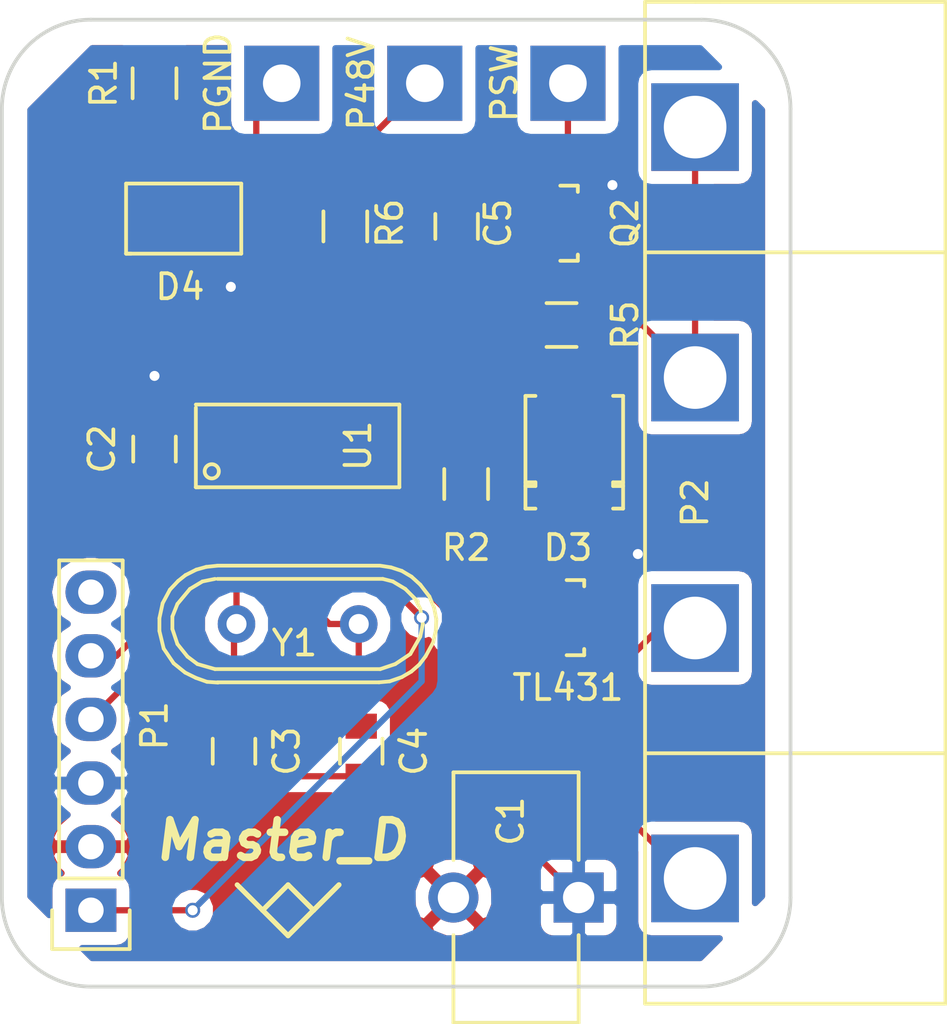
<source format=kicad_pcb>
(kicad_pcb (version 4) (host pcbnew 4.0.4-stable)

  (general
    (links 36)
    (no_connects 0)
    (area 141.148999 63.424999 172.795001 102.183001)
    (thickness 1.6)
    (drawings 16)
    (tracks 120)
    (zones 0)
    (modules 20)
    (nets 24)
  )

  (page A4)
  (layers
    (0 F.Cu signal)
    (31 B.Cu signal hide)
    (32 B.Adhes user)
    (33 F.Adhes user)
    (34 B.Paste user)
    (35 F.Paste user)
    (36 B.SilkS user)
    (37 F.SilkS user)
    (38 B.Mask user)
    (39 F.Mask user)
    (40 Dwgs.User user)
    (41 Cmts.User user)
    (42 Eco1.User user)
    (43 Eco2.User user)
    (44 Edge.Cuts user)
    (45 Margin user)
    (46 B.CrtYd user)
    (47 F.CrtYd user)
    (48 B.Fab user)
    (49 F.Fab user)
  )

  (setup
    (last_trace_width 0.25)
    (trace_clearance 0.2)
    (zone_clearance 0.508)
    (zone_45_only yes)
    (trace_min 0.2)
    (segment_width 0.2)
    (edge_width 0.15)
    (via_size 0.6)
    (via_drill 0.4)
    (via_min_size 0.4)
    (via_min_drill 0.3)
    (uvia_size 0.3)
    (uvia_drill 0.1)
    (uvias_allowed no)
    (uvia_min_size 0.2)
    (uvia_min_drill 0.1)
    (pcb_text_width 0.3)
    (pcb_text_size 1.5 1.5)
    (mod_edge_width 0.15)
    (mod_text_size 1 1)
    (mod_text_width 0.15)
    (pad_size 1.524 1.524)
    (pad_drill 0.762)
    (pad_to_mask_clearance 0.2)
    (aux_axis_origin 0 0)
    (visible_elements FFFFFF7F)
    (pcbplotparams
      (layerselection 0x00030_80000001)
      (usegerberextensions true)
      (excludeedgelayer true)
      (linewidth 0.100000)
      (plotframeref false)
      (viasonmask false)
      (mode 1)
      (useauxorigin false)
      (hpglpennumber 1)
      (hpglpenspeed 20)
      (hpglpendiameter 15)
      (hpglpenoverlay 2)
      (psnegative false)
      (psa4output false)
      (plotreference true)
      (plotvalue true)
      (plotinvisibletext false)
      (padsonsilk false)
      (subtractmaskfromsilk false)
      (outputformat 1)
      (mirror false)
      (drillshape 0)
      (scaleselection 1)
      (outputdirectory /home/yi/kicad/gerbers/))
  )

  (net 0 "")
  (net 1 /VDD)
  (net 2 GND)
  (net 3 "Net-(C3-Pad1)")
  (net 4 "Net-(C4-Pad1)")
  (net 5 "Net-(C5-Pad1)")
  (net 6 "Net-(D3-Pad1)")
  (net 7 /MCLR)
  (net 8 /ICSPDAT)
  (net 9 /ICSPCLK)
  (net 10 "Net-(P1-Pad6)")
  (net 11 "Net-(P2-Pad1)")
  (net 12 "Net-(P2-Pad2)")
  (net 13 +48V)
  (net 14 "Net-(U1-Pad7)")
  (net 15 "Net-(U1-Pad11)")
  (net 16 PHNGRN)
  (net 17 "Net-(D4-Pad3)")
  (net 18 "Net-(P2-Pad3)")
  (net 19 "Net-(D4-Pad2)")
  (net 20 "Net-(U1-Pad9)")
  (net 21 "Net-(D3-Pad2)")
  (net 22 "Net-(D1-Pad1)")
  (net 23 "Net-(R3-Pad2)")

  (net_class Default "This is the default net class."
    (clearance 0.2)
    (trace_width 0.25)
    (via_dia 0.6)
    (via_drill 0.4)
    (uvia_dia 0.3)
    (uvia_drill 0.1)
    (add_net +48V)
    (add_net /ICSPCLK)
    (add_net /ICSPDAT)
    (add_net /MCLR)
    (add_net /VDD)
    (add_net GND)
    (add_net "Net-(C3-Pad1)")
    (add_net "Net-(C4-Pad1)")
    (add_net "Net-(C5-Pad1)")
    (add_net "Net-(D1-Pad1)")
    (add_net "Net-(D3-Pad1)")
    (add_net "Net-(D3-Pad2)")
    (add_net "Net-(D4-Pad2)")
    (add_net "Net-(D4-Pad3)")
    (add_net "Net-(P1-Pad6)")
    (add_net "Net-(P2-Pad1)")
    (add_net "Net-(P2-Pad2)")
    (add_net "Net-(P2-Pad3)")
    (add_net "Net-(R3-Pad2)")
    (add_net "Net-(U1-Pad11)")
    (add_net "Net-(U1-Pad7)")
    (add_net "Net-(U1-Pad9)")
    (add_net PHNGRN)
  )

  (module Pin_Headers:Pin_Header_Straight_1x06 (layer F.Cu) (tedit 585F537C) (tstamp 583CEE77)
    (at 144.78 99.06 180)
    (descr "Through hole pin header")
    (tags "pin header")
    (path /57E88FF8)
    (fp_text reference P1 (at -2.54 7.366 450) (layer F.SilkS)
      (effects (font (size 1 1) (thickness 0.15)))
    )
    (fp_text value CONN_01X06 (at 2.54 6.096 270) (layer F.Fab)
      (effects (font (size 1 1) (thickness 0.15)))
    )
    (fp_line (start -1.75 -1.75) (end -1.75 14.45) (layer F.CrtYd) (width 0.05))
    (fp_line (start 1.75 -1.75) (end 1.75 14.45) (layer F.CrtYd) (width 0.05))
    (fp_line (start -1.75 -1.75) (end 1.75 -1.75) (layer F.CrtYd) (width 0.05))
    (fp_line (start -1.75 14.45) (end 1.75 14.45) (layer F.CrtYd) (width 0.05))
    (fp_line (start 1.27 1.27) (end 1.27 13.97) (layer F.SilkS) (width 0.15))
    (fp_line (start 1.27 13.97) (end -1.27 13.97) (layer F.SilkS) (width 0.15))
    (fp_line (start -1.27 13.97) (end -1.27 1.27) (layer F.SilkS) (width 0.15))
    (fp_line (start 1.55 -1.55) (end 1.55 0) (layer F.SilkS) (width 0.15))
    (fp_line (start 1.27 1.27) (end -1.27 1.27) (layer F.SilkS) (width 0.15))
    (fp_line (start -1.55 0) (end -1.55 -1.55) (layer F.SilkS) (width 0.15))
    (fp_line (start -1.55 -1.55) (end 1.55 -1.55) (layer F.SilkS) (width 0.15))
    (pad 1 thru_hole rect (at 0 0 180) (size 2.032 1.7272) (drill 1.016) (layers *.Cu *.Mask)
      (net 7 /MCLR))
    (pad 2 thru_hole oval (at 0 2.54 180) (size 2.032 1.7272) (drill 1.016) (layers *.Cu *.Mask)
      (net 1 /VDD))
    (pad 3 thru_hole oval (at 0 5.08 180) (size 2.032 1.7272) (drill 1.016) (layers *.Cu *.Mask)
      (net 2 GND))
    (pad 4 thru_hole oval (at 0 7.62 180) (size 2.032 1.7272) (drill 1.016) (layers *.Cu *.Mask)
      (net 8 /ICSPDAT))
    (pad 5 thru_hole oval (at 0 10.16 180) (size 2.032 1.7272) (drill 1.016) (layers *.Cu *.Mask)
      (net 9 /ICSPCLK))
    (pad 6 thru_hole oval (at 0 12.7 180) (size 2.032 1.7272) (drill 1.016) (layers *.Cu *.Mask)
      (net 10 "Net-(P1-Pad6)"))
    (model Pin_Headers.3dshapes/Pin_Header_Straight_1x06.wrl
      (at (xyz 0 -0.25 0))
      (scale (xyz 1 1 1))
      (rotate (xyz 0 0 90))
    )
  )

  (module Capacitors_SMD:C_0805 (layer F.Cu) (tedit 5415D6EA) (tstamp 583D11AB)
    (at 147.32 80.645 90)
    (descr "Capacitor SMD 0805, reflow soldering, AVX (see smccp.pdf)")
    (tags "capacitor 0805")
    (path /57E894FC)
    (attr smd)
    (fp_text reference C2 (at 0 -2.1 90) (layer F.SilkS)
      (effects (font (size 1 1) (thickness 0.15)))
    )
    (fp_text value C (at 0 2.1 90) (layer F.Fab)
      (effects (font (size 1 1) (thickness 0.15)))
    )
    (fp_line (start -1 0.625) (end -1 -0.625) (layer F.Fab) (width 0.15))
    (fp_line (start 1 0.625) (end -1 0.625) (layer F.Fab) (width 0.15))
    (fp_line (start 1 -0.625) (end 1 0.625) (layer F.Fab) (width 0.15))
    (fp_line (start -1 -0.625) (end 1 -0.625) (layer F.Fab) (width 0.15))
    (fp_line (start -1.8 -1) (end 1.8 -1) (layer F.CrtYd) (width 0.05))
    (fp_line (start -1.8 1) (end 1.8 1) (layer F.CrtYd) (width 0.05))
    (fp_line (start -1.8 -1) (end -1.8 1) (layer F.CrtYd) (width 0.05))
    (fp_line (start 1.8 -1) (end 1.8 1) (layer F.CrtYd) (width 0.05))
    (fp_line (start 0.5 -0.85) (end -0.5 -0.85) (layer F.SilkS) (width 0.15))
    (fp_line (start -0.5 0.85) (end 0.5 0.85) (layer F.SilkS) (width 0.15))
    (pad 1 smd rect (at -1 0 90) (size 1 1.25) (layers F.Cu F.Paste F.Mask)
      (net 1 /VDD))
    (pad 2 smd rect (at 1 0 90) (size 1 1.25) (layers F.Cu F.Paste F.Mask)
      (net 2 GND))
    (model Capacitors_SMD.3dshapes/C_0805.wrl
      (at (xyz 0 0 0))
      (scale (xyz 1 1 1))
      (rotate (xyz 0 0 0))
    )
  )

  (module Capacitors_SMD:C_0805 (layer F.Cu) (tedit 5415D6EA) (tstamp 583D11B0)
    (at 150.495 92.71 270)
    (descr "Capacitor SMD 0805, reflow soldering, AVX (see smccp.pdf)")
    (tags "capacitor 0805")
    (path /57E88E6B)
    (attr smd)
    (fp_text reference C3 (at 0 -2.1 270) (layer F.SilkS)
      (effects (font (size 1 1) (thickness 0.15)))
    )
    (fp_text value C (at 0 2.1 270) (layer F.Fab)
      (effects (font (size 1 1) (thickness 0.15)))
    )
    (fp_line (start -1 0.625) (end -1 -0.625) (layer F.Fab) (width 0.15))
    (fp_line (start 1 0.625) (end -1 0.625) (layer F.Fab) (width 0.15))
    (fp_line (start 1 -0.625) (end 1 0.625) (layer F.Fab) (width 0.15))
    (fp_line (start -1 -0.625) (end 1 -0.625) (layer F.Fab) (width 0.15))
    (fp_line (start -1.8 -1) (end 1.8 -1) (layer F.CrtYd) (width 0.05))
    (fp_line (start -1.8 1) (end 1.8 1) (layer F.CrtYd) (width 0.05))
    (fp_line (start -1.8 -1) (end -1.8 1) (layer F.CrtYd) (width 0.05))
    (fp_line (start 1.8 -1) (end 1.8 1) (layer F.CrtYd) (width 0.05))
    (fp_line (start 0.5 -0.85) (end -0.5 -0.85) (layer F.SilkS) (width 0.15))
    (fp_line (start -0.5 0.85) (end 0.5 0.85) (layer F.SilkS) (width 0.15))
    (pad 1 smd rect (at -1 0 270) (size 1 1.25) (layers F.Cu F.Paste F.Mask)
      (net 3 "Net-(C3-Pad1)"))
    (pad 2 smd rect (at 1 0 270) (size 1 1.25) (layers F.Cu F.Paste F.Mask)
      (net 2 GND))
    (model Capacitors_SMD.3dshapes/C_0805.wrl
      (at (xyz 0 0 0))
      (scale (xyz 1 1 1))
      (rotate (xyz 0 0 0))
    )
  )

  (module Capacitors_SMD:C_0805 (layer F.Cu) (tedit 5415D6EA) (tstamp 583D11B5)
    (at 155.575 92.71 270)
    (descr "Capacitor SMD 0805, reflow soldering, AVX (see smccp.pdf)")
    (tags "capacitor 0805")
    (path /57E88EA7)
    (attr smd)
    (fp_text reference C4 (at 0 -2.1 270) (layer F.SilkS)
      (effects (font (size 1 1) (thickness 0.15)))
    )
    (fp_text value C (at 0 2.1 270) (layer F.Fab)
      (effects (font (size 1 1) (thickness 0.15)))
    )
    (fp_line (start -1 0.625) (end -1 -0.625) (layer F.Fab) (width 0.15))
    (fp_line (start 1 0.625) (end -1 0.625) (layer F.Fab) (width 0.15))
    (fp_line (start 1 -0.625) (end 1 0.625) (layer F.Fab) (width 0.15))
    (fp_line (start -1 -0.625) (end 1 -0.625) (layer F.Fab) (width 0.15))
    (fp_line (start -1.8 -1) (end 1.8 -1) (layer F.CrtYd) (width 0.05))
    (fp_line (start -1.8 1) (end 1.8 1) (layer F.CrtYd) (width 0.05))
    (fp_line (start -1.8 -1) (end -1.8 1) (layer F.CrtYd) (width 0.05))
    (fp_line (start 1.8 -1) (end 1.8 1) (layer F.CrtYd) (width 0.05))
    (fp_line (start 0.5 -0.85) (end -0.5 -0.85) (layer F.SilkS) (width 0.15))
    (fp_line (start -0.5 0.85) (end 0.5 0.85) (layer F.SilkS) (width 0.15))
    (pad 1 smd rect (at -1 0 270) (size 1 1.25) (layers F.Cu F.Paste F.Mask)
      (net 4 "Net-(C4-Pad1)"))
    (pad 2 smd rect (at 1 0 270) (size 1 1.25) (layers F.Cu F.Paste F.Mask)
      (net 2 GND))
    (model Capacitors_SMD.3dshapes/C_0805.wrl
      (at (xyz 0 0 0))
      (scale (xyz 1 1 1))
      (rotate (xyz 0 0 0))
    )
  )

  (module Capacitors_SMD:C_0805 (layer F.Cu) (tedit 5848DB1A) (tstamp 583D11BA)
    (at 159.385 71.755 90)
    (descr "Capacitor SMD 0805, reflow soldering, AVX (see smccp.pdf)")
    (tags "capacitor 0805")
    (path /583BAF18)
    (attr smd)
    (fp_text reference C5 (at 0.127 1.651 90) (layer F.SilkS)
      (effects (font (size 1 1) (thickness 0.15)))
    )
    (fp_text value C (at 0 2.1 90) (layer F.Fab)
      (effects (font (size 1 1) (thickness 0.15)))
    )
    (fp_line (start -1 0.625) (end -1 -0.625) (layer F.Fab) (width 0.15))
    (fp_line (start 1 0.625) (end -1 0.625) (layer F.Fab) (width 0.15))
    (fp_line (start 1 -0.625) (end 1 0.625) (layer F.Fab) (width 0.15))
    (fp_line (start -1 -0.625) (end 1 -0.625) (layer F.Fab) (width 0.15))
    (fp_line (start -1.8 -1) (end 1.8 -1) (layer F.CrtYd) (width 0.05))
    (fp_line (start -1.8 1) (end 1.8 1) (layer F.CrtYd) (width 0.05))
    (fp_line (start -1.8 -1) (end -1.8 1) (layer F.CrtYd) (width 0.05))
    (fp_line (start 1.8 -1) (end 1.8 1) (layer F.CrtYd) (width 0.05))
    (fp_line (start 0.5 -0.85) (end -0.5 -0.85) (layer F.SilkS) (width 0.15))
    (fp_line (start -0.5 0.85) (end 0.5 0.85) (layer F.SilkS) (width 0.15))
    (pad 1 smd rect (at -1 0 90) (size 1 1.25) (layers F.Cu F.Paste F.Mask)
      (net 5 "Net-(C5-Pad1)"))
    (pad 2 smd rect (at 1 0 90) (size 1 1.25) (layers F.Cu F.Paste F.Mask)
      (net 16 PHNGRN))
    (model Capacitors_SMD.3dshapes/C_0805.wrl
      (at (xyz 0 0 0))
      (scale (xyz 1 1 1))
      (rotate (xyz 0 0 0))
    )
  )

  (module TO_SOT_Packages_SMD:SOT-23 (layer F.Cu) (tedit 585F62FA) (tstamp 583D11BF)
    (at 163.83 87.376 270)
    (descr "SOT-23, Standard")
    (tags SOT-23)
    (path /583CC7FF)
    (attr smd)
    (fp_text reference TL431 (at 2.794 0 360) (layer F.SilkS)
      (effects (font (size 1 1) (thickness 0.15)))
    )
    (fp_text value TL431 (at 0.254 2.54 450) (layer F.Fab)
      (effects (font (size 1 1) (thickness 0.15)))
    )
    (fp_line (start -1.65 -1.6) (end 1.65 -1.6) (layer F.CrtYd) (width 0.05))
    (fp_line (start 1.65 -1.6) (end 1.65 1.6) (layer F.CrtYd) (width 0.05))
    (fp_line (start 1.65 1.6) (end -1.65 1.6) (layer F.CrtYd) (width 0.05))
    (fp_line (start -1.65 1.6) (end -1.65 -1.6) (layer F.CrtYd) (width 0.05))
    (fp_line (start 1.29916 -0.65024) (end 1.2509 -0.65024) (layer F.SilkS) (width 0.15))
    (fp_line (start -1.49982 0.0508) (end -1.49982 -0.65024) (layer F.SilkS) (width 0.15))
    (fp_line (start -1.49982 -0.65024) (end -1.2509 -0.65024) (layer F.SilkS) (width 0.15))
    (fp_line (start 1.29916 -0.65024) (end 1.49982 -0.65024) (layer F.SilkS) (width 0.15))
    (fp_line (start 1.49982 -0.65024) (end 1.49982 0.0508) (layer F.SilkS) (width 0.15))
    (pad 1 smd rect (at -0.95 1.00076 270) (size 0.8001 0.8001) (layers F.Cu F.Paste F.Mask)
      (net 6 "Net-(D3-Pad1)"))
    (pad 2 smd rect (at 0.95 1.00076 270) (size 0.8001 0.8001) (layers F.Cu F.Paste F.Mask)
      (net 21 "Net-(D3-Pad2)"))
    (pad 3 smd rect (at 0 -0.99822 270) (size 0.8001 0.8001) (layers F.Cu F.Paste F.Mask)
      (net 2 GND))
    (model TO_SOT_Packages_SMD.3dshapes/SOT-23.wrl
      (at (xyz 0 0 0))
      (scale (xyz 1 1 1))
      (rotate (xyz 0 0 0))
    )
  )

  (module TO_SOT_Packages_SMD:SOT-23 (layer F.Cu) (tedit 5848BFB4) (tstamp 583D11C5)
    (at 163.576 71.628 270)
    (descr "SOT-23, Standard")
    (tags SOT-23)
    (path /583BB04B)
    (attr smd)
    (fp_text reference Q2 (at 0 -2.54 270) (layer F.SilkS)
      (effects (font (size 1 1) (thickness 0.15)))
    )
    (fp_text value 2N7002 (at 2.54 0.635 360) (layer F.Fab)
      (effects (font (size 1 1) (thickness 0.15)))
    )
    (fp_line (start -1.65 -1.6) (end 1.65 -1.6) (layer F.CrtYd) (width 0.05))
    (fp_line (start 1.65 -1.6) (end 1.65 1.6) (layer F.CrtYd) (width 0.05))
    (fp_line (start 1.65 1.6) (end -1.65 1.6) (layer F.CrtYd) (width 0.05))
    (fp_line (start -1.65 1.6) (end -1.65 -1.6) (layer F.CrtYd) (width 0.05))
    (fp_line (start 1.29916 -0.65024) (end 1.2509 -0.65024) (layer F.SilkS) (width 0.15))
    (fp_line (start -1.49982 0.0508) (end -1.49982 -0.65024) (layer F.SilkS) (width 0.15))
    (fp_line (start -1.49982 -0.65024) (end -1.2509 -0.65024) (layer F.SilkS) (width 0.15))
    (fp_line (start 1.29916 -0.65024) (end 1.49982 -0.65024) (layer F.SilkS) (width 0.15))
    (fp_line (start 1.49982 -0.65024) (end 1.49982 0.0508) (layer F.SilkS) (width 0.15))
    (pad 1 smd rect (at -0.95 1.00076 270) (size 0.8001 0.8001) (layers F.Cu F.Paste F.Mask)
      (net 16 PHNGRN))
    (pad 2 smd rect (at 0.95 1.00076 270) (size 0.8001 0.8001) (layers F.Cu F.Paste F.Mask)
      (net 22 "Net-(D1-Pad1)"))
    (pad 3 smd rect (at 0 -0.99822 270) (size 0.8001 0.8001) (layers F.Cu F.Paste F.Mask)
      (net 2 GND))
    (model TO_SOT_Packages_SMD.3dshapes/SOT-23.wrl
      (at (xyz 0 0 0))
      (scale (xyz 1 1 1))
      (rotate (xyz 0 0 0))
    )
  )

  (module Resistors_SMD:R_0805 (layer F.Cu) (tedit 5848C094) (tstamp 583D11CB)
    (at 147.32 66.04 270)
    (descr "Resistor SMD 0805, reflow soldering, Vishay (see dcrcw.pdf)")
    (tags "resistor 0805")
    (path /57EC850F)
    (attr smd)
    (fp_text reference R1 (at 0 2.032 450) (layer F.SilkS)
      (effects (font (size 1 1) (thickness 0.15)))
    )
    (fp_text value R (at 0 2.1 270) (layer F.Fab) hide
      (effects (font (size 1 1) (thickness 0.15)))
    )
    (fp_line (start -1 0.625) (end -1 -0.625) (layer F.Fab) (width 0.1))
    (fp_line (start 1 0.625) (end -1 0.625) (layer F.Fab) (width 0.1))
    (fp_line (start 1 -0.625) (end 1 0.625) (layer F.Fab) (width 0.1))
    (fp_line (start -1 -0.625) (end 1 -0.625) (layer F.Fab) (width 0.1))
    (fp_line (start -1.6 -1) (end 1.6 -1) (layer F.CrtYd) (width 0.05))
    (fp_line (start -1.6 1) (end 1.6 1) (layer F.CrtYd) (width 0.05))
    (fp_line (start -1.6 -1) (end -1.6 1) (layer F.CrtYd) (width 0.05))
    (fp_line (start 1.6 -1) (end 1.6 1) (layer F.CrtYd) (width 0.05))
    (fp_line (start 0.6 0.875) (end -0.6 0.875) (layer F.SilkS) (width 0.15))
    (fp_line (start -0.6 -0.875) (end 0.6 -0.875) (layer F.SilkS) (width 0.15))
    (pad 1 smd rect (at -0.95 0 270) (size 0.7 1.3) (layers F.Cu F.Paste F.Mask)
      (net 1 /VDD))
    (pad 2 smd rect (at 0.95 0 270) (size 0.7 1.3) (layers F.Cu F.Paste F.Mask)
      (net 17 "Net-(D4-Pad3)"))
    (model Resistors_SMD.3dshapes/R_0805.wrl
      (at (xyz 0 0 0))
      (scale (xyz 1 1 1))
      (rotate (xyz 0 0 0))
    )
  )

  (module Resistors_SMD:R_0805 (layer F.Cu) (tedit 585F62D0) (tstamp 583D11D0)
    (at 159.766 82.042 270)
    (descr "Resistor SMD 0805, reflow soldering, Vishay (see dcrcw.pdf)")
    (tags "resistor 0805")
    (path /583CCAD8)
    (attr smd)
    (fp_text reference R2 (at 2.54 0 540) (layer F.SilkS)
      (effects (font (size 1 1) (thickness 0.15)))
    )
    (fp_text value R (at 0 2.1 270) (layer F.Fab)
      (effects (font (size 1 1) (thickness 0.15)))
    )
    (fp_line (start -1 0.625) (end -1 -0.625) (layer F.Fab) (width 0.1))
    (fp_line (start 1 0.625) (end -1 0.625) (layer F.Fab) (width 0.1))
    (fp_line (start 1 -0.625) (end 1 0.625) (layer F.Fab) (width 0.1))
    (fp_line (start -1 -0.625) (end 1 -0.625) (layer F.Fab) (width 0.1))
    (fp_line (start -1.6 -1) (end 1.6 -1) (layer F.CrtYd) (width 0.05))
    (fp_line (start -1.6 1) (end 1.6 1) (layer F.CrtYd) (width 0.05))
    (fp_line (start -1.6 -1) (end -1.6 1) (layer F.CrtYd) (width 0.05))
    (fp_line (start 1.6 -1) (end 1.6 1) (layer F.CrtYd) (width 0.05))
    (fp_line (start 0.6 0.875) (end -0.6 0.875) (layer F.SilkS) (width 0.15))
    (fp_line (start -0.6 -0.875) (end 0.6 -0.875) (layer F.SilkS) (width 0.15))
    (pad 1 smd rect (at -0.95 0 270) (size 0.7 1.3) (layers F.Cu F.Paste F.Mask)
      (net 1 /VDD))
    (pad 2 smd rect (at 0.95 0 270) (size 0.7 1.3) (layers F.Cu F.Paste F.Mask)
      (net 21 "Net-(D3-Pad2)"))
    (model Resistors_SMD.3dshapes/R_0805.wrl
      (at (xyz 0 0 0))
      (scale (xyz 1 1 1))
      (rotate (xyz 0 0 0))
    )
  )

  (module Resistors_SMD:R_0805 (layer F.Cu) (tedit 5848C00F) (tstamp 583D11DF)
    (at 163.576 75.692 180)
    (descr "Resistor SMD 0805, reflow soldering, Vishay (see dcrcw.pdf)")
    (tags "resistor 0805")
    (path /5844FE18)
    (attr smd)
    (fp_text reference R5 (at -2.54 0 270) (layer F.SilkS)
      (effects (font (size 1 1) (thickness 0.15)))
    )
    (fp_text value R (at 0 2.1 180) (layer F.Fab)
      (effects (font (size 1 1) (thickness 0.15)))
    )
    (fp_line (start -1 0.625) (end -1 -0.625) (layer F.Fab) (width 0.1))
    (fp_line (start 1 0.625) (end -1 0.625) (layer F.Fab) (width 0.1))
    (fp_line (start 1 -0.625) (end 1 0.625) (layer F.Fab) (width 0.1))
    (fp_line (start -1 -0.625) (end 1 -0.625) (layer F.Fab) (width 0.1))
    (fp_line (start -1.6 -1) (end 1.6 -1) (layer F.CrtYd) (width 0.05))
    (fp_line (start -1.6 1) (end 1.6 1) (layer F.CrtYd) (width 0.05))
    (fp_line (start -1.6 -1) (end -1.6 1) (layer F.CrtYd) (width 0.05))
    (fp_line (start 1.6 -1) (end 1.6 1) (layer F.CrtYd) (width 0.05))
    (fp_line (start 0.6 0.875) (end -0.6 0.875) (layer F.SilkS) (width 0.15))
    (fp_line (start -0.6 -0.875) (end 0.6 -0.875) (layer F.SilkS) (width 0.15))
    (pad 1 smd rect (at -0.95 0 180) (size 0.7 1.3) (layers F.Cu F.Paste F.Mask)
      (net 18 "Net-(P2-Pad3)"))
    (pad 2 smd rect (at 0.95 0 180) (size 0.7 1.3) (layers F.Cu F.Paste F.Mask)
      (net 22 "Net-(D1-Pad1)"))
    (model Resistors_SMD.3dshapes/R_0805.wrl
      (at (xyz 0 0 0))
      (scale (xyz 1 1 1))
      (rotate (xyz 0 0 0))
    )
  )

  (module Resistors_SMD:R_0805 (layer F.Cu) (tedit 5848DB10) (tstamp 583D11E4)
    (at 154.94 71.755 90)
    (descr "Resistor SMD 0805, reflow soldering, Vishay (see dcrcw.pdf)")
    (tags "resistor 0805")
    (path /583CCDB8)
    (attr smd)
    (fp_text reference R6 (at 0.127 1.778 90) (layer F.SilkS)
      (effects (font (size 1 1) (thickness 0.15)))
    )
    (fp_text value R (at 0 2.1 90) (layer F.Fab)
      (effects (font (size 1 1) (thickness 0.15)))
    )
    (fp_line (start -1 0.625) (end -1 -0.625) (layer F.Fab) (width 0.1))
    (fp_line (start 1 0.625) (end -1 0.625) (layer F.Fab) (width 0.1))
    (fp_line (start 1 -0.625) (end 1 0.625) (layer F.Fab) (width 0.1))
    (fp_line (start -1 -0.625) (end 1 -0.625) (layer F.Fab) (width 0.1))
    (fp_line (start -1.6 -1) (end 1.6 -1) (layer F.CrtYd) (width 0.05))
    (fp_line (start -1.6 1) (end 1.6 1) (layer F.CrtYd) (width 0.05))
    (fp_line (start -1.6 -1) (end -1.6 1) (layer F.CrtYd) (width 0.05))
    (fp_line (start 1.6 -1) (end 1.6 1) (layer F.CrtYd) (width 0.05))
    (fp_line (start 0.6 0.875) (end -0.6 0.875) (layer F.SilkS) (width 0.15))
    (fp_line (start -0.6 -0.875) (end 0.6 -0.875) (layer F.SilkS) (width 0.15))
    (pad 1 smd rect (at -0.95 0 90) (size 0.7 1.3) (layers F.Cu F.Paste F.Mask)
      (net 2 GND))
    (pad 2 smd rect (at 0.95 0 90) (size 0.7 1.3) (layers F.Cu F.Paste F.Mask)
      (net 16 PHNGRN))
    (model Resistors_SMD.3dshapes/R_0805.wrl
      (at (xyz 0 0 0))
      (scale (xyz 1 1 1))
      (rotate (xyz 0 0 0))
    )
  )

  (module Crystals:Crystal_HC49-U_Vertical (layer F.Cu) (tedit 5848DB3A) (tstamp 583D11FA)
    (at 153.035 87.63)
    (descr "Crystal Quarz HC49/U vertical stehend")
    (tags "Crystal Quarz HC49/U vertical stehend")
    (path /57E88DEE)
    (fp_text reference Y1 (at -0.127 0.762) (layer F.SilkS)
      (effects (font (size 1 1) (thickness 0.15)))
    )
    (fp_text value Crystal (at 0 -1.27 180) (layer F.Fab)
      (effects (font (size 1 1) (thickness 0.15)))
    )
    (fp_line (start 4.699 -1.00076) (end 4.89966 -0.59944) (layer F.SilkS) (width 0.15))
    (fp_line (start 4.89966 -0.59944) (end 5.00126 0) (layer F.SilkS) (width 0.15))
    (fp_line (start 5.00126 0) (end 4.89966 0.50038) (layer F.SilkS) (width 0.15))
    (fp_line (start 4.89966 0.50038) (end 4.50088 1.19888) (layer F.SilkS) (width 0.15))
    (fp_line (start 4.50088 1.19888) (end 3.8989 1.6002) (layer F.SilkS) (width 0.15))
    (fp_line (start 3.8989 1.6002) (end 3.29946 1.80086) (layer F.SilkS) (width 0.15))
    (fp_line (start 3.29946 1.80086) (end -3.29946 1.80086) (layer F.SilkS) (width 0.15))
    (fp_line (start -3.29946 1.80086) (end -4.0005 1.6002) (layer F.SilkS) (width 0.15))
    (fp_line (start -4.0005 1.6002) (end -4.39928 1.30048) (layer F.SilkS) (width 0.15))
    (fp_line (start -4.39928 1.30048) (end -4.8006 0.8001) (layer F.SilkS) (width 0.15))
    (fp_line (start -4.8006 0.8001) (end -5.00126 0.20066) (layer F.SilkS) (width 0.15))
    (fp_line (start -5.00126 0.20066) (end -5.00126 -0.29972) (layer F.SilkS) (width 0.15))
    (fp_line (start -5.00126 -0.29972) (end -4.8006 -0.8001) (layer F.SilkS) (width 0.15))
    (fp_line (start -4.8006 -0.8001) (end -4.30022 -1.39954) (layer F.SilkS) (width 0.15))
    (fp_line (start -4.30022 -1.39954) (end -3.79984 -1.69926) (layer F.SilkS) (width 0.15))
    (fp_line (start -3.79984 -1.69926) (end -3.29946 -1.80086) (layer F.SilkS) (width 0.15))
    (fp_line (start -3.2004 -1.80086) (end 3.40106 -1.80086) (layer F.SilkS) (width 0.15))
    (fp_line (start 3.40106 -1.80086) (end 3.79984 -1.69926) (layer F.SilkS) (width 0.15))
    (fp_line (start 3.79984 -1.69926) (end 4.30022 -1.39954) (layer F.SilkS) (width 0.15))
    (fp_line (start 4.30022 -1.39954) (end 4.8006 -0.89916) (layer F.SilkS) (width 0.15))
    (fp_line (start -3.19024 -2.32918) (end -3.64998 -2.28092) (layer F.SilkS) (width 0.15))
    (fp_line (start -3.64998 -2.28092) (end -4.04876 -2.16916) (layer F.SilkS) (width 0.15))
    (fp_line (start -4.04876 -2.16916) (end -4.48056 -1.95072) (layer F.SilkS) (width 0.15))
    (fp_line (start -4.48056 -1.95072) (end -4.77012 -1.71958) (layer F.SilkS) (width 0.15))
    (fp_line (start -4.77012 -1.71958) (end -5.10032 -1.36906) (layer F.SilkS) (width 0.15))
    (fp_line (start -5.10032 -1.36906) (end -5.38988 -0.83058) (layer F.SilkS) (width 0.15))
    (fp_line (start -5.38988 -0.83058) (end -5.51942 -0.23114) (layer F.SilkS) (width 0.15))
    (fp_line (start -5.51942 -0.23114) (end -5.51942 0.2794) (layer F.SilkS) (width 0.15))
    (fp_line (start -5.51942 0.2794) (end -5.34924 0.98044) (layer F.SilkS) (width 0.15))
    (fp_line (start -5.34924 0.98044) (end -4.95046 1.56972) (layer F.SilkS) (width 0.15))
    (fp_line (start -4.95046 1.56972) (end -4.49072 1.94056) (layer F.SilkS) (width 0.15))
    (fp_line (start -4.49072 1.94056) (end -4.06908 2.14884) (layer F.SilkS) (width 0.15))
    (fp_line (start -4.06908 2.14884) (end -3.6195 2.30886) (layer F.SilkS) (width 0.15))
    (fp_line (start -3.6195 2.30886) (end -3.18008 2.33934) (layer F.SilkS) (width 0.15))
    (fp_line (start 4.16052 2.1209) (end 4.53898 1.89992) (layer F.SilkS) (width 0.15))
    (fp_line (start 4.53898 1.89992) (end 4.85902 1.62052) (layer F.SilkS) (width 0.15))
    (fp_line (start 4.85902 1.62052) (end 5.11048 1.29032) (layer F.SilkS) (width 0.15))
    (fp_line (start 5.11048 1.29032) (end 5.4102 0.73914) (layer F.SilkS) (width 0.15))
    (fp_line (start 5.4102 0.73914) (end 5.51942 0.26924) (layer F.SilkS) (width 0.15))
    (fp_line (start 5.51942 0.26924) (end 5.53974 -0.1905) (layer F.SilkS) (width 0.15))
    (fp_line (start 5.53974 -0.1905) (end 5.45084 -0.65024) (layer F.SilkS) (width 0.15))
    (fp_line (start 5.45084 -0.65024) (end 5.26034 -1.09982) (layer F.SilkS) (width 0.15))
    (fp_line (start 5.26034 -1.09982) (end 4.89966 -1.56972) (layer F.SilkS) (width 0.15))
    (fp_line (start 4.89966 -1.56972) (end 4.54914 -1.88976) (layer F.SilkS) (width 0.15))
    (fp_line (start 4.54914 -1.88976) (end 4.16052 -2.1209) (layer F.SilkS) (width 0.15))
    (fp_line (start 4.16052 -2.1209) (end 3.73126 -2.2606) (layer F.SilkS) (width 0.15))
    (fp_line (start 3.73126 -2.2606) (end 3.2893 -2.32918) (layer F.SilkS) (width 0.15))
    (fp_line (start -3.2004 2.32918) (end 3.2512 2.32918) (layer F.SilkS) (width 0.15))
    (fp_line (start 3.2512 2.32918) (end 3.6703 2.29108) (layer F.SilkS) (width 0.15))
    (fp_line (start 3.6703 2.29108) (end 4.16052 2.1209) (layer F.SilkS) (width 0.15))
    (fp_line (start -3.2004 -2.32918) (end 3.2512 -2.32918) (layer F.SilkS) (width 0.15))
    (pad 1 thru_hole circle (at -2.44094 0) (size 1.50114 1.50114) (drill 0.8001) (layers *.Cu *.Mask)
      (net 3 "Net-(C3-Pad1)"))
    (pad 2 thru_hole circle (at 2.44094 0) (size 1.50114 1.50114) (drill 0.8001) (layers *.Cu *.Mask)
      (net 4 "Net-(C4-Pad1)"))
  )

  (module Measurement_Points:Measurement_Point_Square-TH_Big (layer F.Cu) (tedit 5848C078) (tstamp 583E54AD)
    (at 158.115 66.04)
    (descr "Mesurement Point, Square, Trough Hole,  3mm x 3mm, Drill 1.5mm,")
    (tags "Mesurement Point Square Trough Hole 3x3mm Drill 1.5mm")
    (path /583E5552)
    (attr virtual)
    (fp_text reference P48V (at -2.54 0 90) (layer F.SilkS)
      (effects (font (size 1 1) (thickness 0.15)))
    )
    (fp_text value PHN48V (at 0 3) (layer F.Fab)
      (effects (font (size 1 1) (thickness 0.15)))
    )
    (fp_line (start -1.75 -1.75) (end 1.75 -1.75) (layer F.CrtYd) (width 0.05))
    (fp_line (start 1.75 -1.75) (end 1.75 1.75) (layer F.CrtYd) (width 0.05))
    (fp_line (start 1.75 1.75) (end -1.75 1.75) (layer F.CrtYd) (width 0.05))
    (fp_line (start -1.75 1.75) (end -1.75 -1.75) (layer F.CrtYd) (width 0.05))
    (pad 1 thru_hole rect (at 0 0) (size 3 3) (drill 1.5) (layers *.Cu *.Mask)
      (net 13 +48V))
  )

  (module Measurement_Points:Measurement_Point_Square-TH_Big (layer F.Cu) (tedit 5848C085) (tstamp 583E552A)
    (at 163.83 66.04)
    (descr "Mesurement Point, Square, Trough Hole,  3mm x 3mm, Drill 1.5mm,")
    (tags "Mesurement Point Square Trough Hole 3x3mm Drill 1.5mm")
    (path /583D1290)
    (attr virtual)
    (fp_text reference PSW (at -2.54 0 90) (layer F.SilkS)
      (effects (font (size 1 1) (thickness 0.15)))
    )
    (fp_text value PHNGRN (at 0 3) (layer F.Fab)
      (effects (font (size 1 1) (thickness 0.15)))
    )
    (fp_line (start -1.75 -1.75) (end 1.75 -1.75) (layer F.CrtYd) (width 0.05))
    (fp_line (start 1.75 -1.75) (end 1.75 1.75) (layer F.CrtYd) (width 0.05))
    (fp_line (start 1.75 1.75) (end -1.75 1.75) (layer F.CrtYd) (width 0.05))
    (fp_line (start -1.75 1.75) (end -1.75 -1.75) (layer F.CrtYd) (width 0.05))
    (pad 1 thru_hole rect (at 0 0) (size 3 3) (drill 1.5) (layers *.Cu *.Mask)
      (net 16 PHNGRN))
  )

  (module footprints:SOIC-14_39mm_127p (layer F.Cu) (tedit 585F62C7) (tstamp 583E552E)
    (at 149.225 83.185)
    (path /57EC75D4)
    (fp_text reference U1 (at 6.223 -2.667 90) (layer F.SilkS)
      (effects (font (size 1 1) (thickness 0.15)))
    )
    (fp_text value PIC16F1704 (at 3.81 -2.7) (layer F.Fab)
      (effects (font (size 1 1) (thickness 0.15)))
    )
    (fp_circle (center 0.381 -1.651) (end 0.635 -1.524) (layer F.SilkS) (width 0.15))
    (fp_line (start -0.254 -4.191) (end -0.254 -1.016) (layer F.SilkS) (width 0.15))
    (fp_line (start -0.254 -1.016) (end -0.127 -1.016) (layer F.SilkS) (width 0.15))
    (fp_line (start 7.874 -4.318) (end 7.874 -1.016) (layer F.SilkS) (width 0.15))
    (fp_line (start -0.254 -4.318) (end 7.874 -4.318) (layer F.SilkS) (width 0.15))
    (fp_line (start 7.874 -1.016) (end -0.254 -1.016) (layer F.SilkS) (width 0.15))
    (pad 1 smd rect (at 0 0) (size 0.6 1.5) (layers F.Cu F.Paste F.Mask)
      (net 1 /VDD))
    (pad 2 smd rect (at 1.27 0) (size 0.6 1.5) (layers F.Cu F.Paste F.Mask)
      (net 3 "Net-(C3-Pad1)"))
    (pad 3 smd rect (at 2.54 0) (size 0.6 1.5) (layers F.Cu F.Paste F.Mask)
      (net 4 "Net-(C4-Pad1)"))
    (pad 4 smd rect (at 3.81 0) (size 0.6 1.5) (layers F.Cu F.Paste F.Mask)
      (net 7 /MCLR))
    (pad 5 smd rect (at 5.08 0) (size 0.6 1.5) (layers F.Cu F.Paste F.Mask)
      (net 11 "Net-(P2-Pad1)"))
    (pad 6 smd rect (at 6.35 0) (size 0.6 1.5) (layers F.Cu F.Paste F.Mask)
      (net 12 "Net-(P2-Pad2)"))
    (pad 7 smd rect (at 7.62 0) (size 0.6 1.5) (layers F.Cu F.Paste F.Mask)
      (net 14 "Net-(U1-Pad7)"))
    (pad 8 smd rect (at 7.62 -5.4) (size 0.6 1.5) (layers F.Cu F.Paste F.Mask)
      (net 5 "Net-(C5-Pad1)"))
    (pad 9 smd rect (at 6.35 -5.4) (size 0.6 1.5) (layers F.Cu F.Paste F.Mask)
      (net 20 "Net-(U1-Pad9)"))
    (pad 10 smd rect (at 5.08 -5.4) (size 0.6 1.5) (layers F.Cu F.Paste F.Mask)
      (net 23 "Net-(R3-Pad2)"))
    (pad 11 smd rect (at 3.81 -5.4) (size 0.6 1.5) (layers F.Cu F.Paste F.Mask)
      (net 15 "Net-(U1-Pad11)"))
    (pad 12 smd rect (at 2.54 -5.4) (size 0.6 1.5) (layers F.Cu F.Paste F.Mask)
      (net 9 /ICSPCLK))
    (pad 13 smd rect (at 1.27 -5.4) (size 0.6 1.5) (layers F.Cu F.Paste F.Mask)
      (net 8 /ICSPDAT))
    (pad 14 smd rect (at 0 -5.4) (size 0.6 1.5) (layers F.Cu F.Paste F.Mask)
      (net 22 "Net-(D1-Pad1)"))
  )

  (module footprints:TO-269 (layer F.Cu) (tedit 585F5E06) (tstamp 5844EB06)
    (at 151.384 72.644 90)
    (path /5844E225)
    (fp_text reference D4 (at -1.524 -3.048 180) (layer F.SilkS)
      (effects (font (size 1 1) (thickness 0.15)))
    )
    (fp_text value Diode_Bridge (at 3.048 -8.382 270) (layer F.Fab)
      (effects (font (size 1 1) (thickness 0.15)))
    )
    (fp_line (start -0.2 -5.2) (end 2.6 -5.2) (layer F.SilkS) (width 0.15))
    (fp_line (start 2.6 -5.2) (end 2.6 -0.8) (layer F.SilkS) (width 0.15))
    (fp_line (start 2.6 -0.8) (end 2.6 -0.6) (layer F.SilkS) (width 0.15))
    (fp_line (start 2.6 -0.6) (end -0.2 -0.6) (layer F.SilkS) (width 0.15))
    (fp_line (start -0.2 -0.6) (end -0.2 -5.2) (layer F.SilkS) (width 0.15))
    (fp_line (start -0.2 -5.2) (end -0.2 -5) (layer F.SilkS) (width 0.15))
    (pad 1 smd rect (at 0 0 90) (size 0.6 0.8) (layers F.Cu F.Paste F.Mask)
      (net 13 +48V))
    (pad 2 smd rect (at 2.5 0 90) (size 0.6 0.8) (layers F.Cu F.Paste F.Mask)
      (net 19 "Net-(D4-Pad2)"))
    (pad 3 smd rect (at 2.5 -6.1 90) (size 0.6 0.8) (layers F.Cu F.Paste F.Mask)
      (net 17 "Net-(D4-Pad3)"))
    (pad 4 smd rect (at 0 -6.1 90) (size 0.6 0.8) (layers F.Cu F.Paste F.Mask)
      (net 2 GND))
  )

  (module Measurement_Points:Measurement_Point_Square-TH_Big (layer F.Cu) (tedit 5848C046) (tstamp 5844EB0B)
    (at 152.4 66.04)
    (descr "Mesurement Point, Square, Trough Hole,  3mm x 3mm, Drill 1.5mm,")
    (tags "Mesurement Point Square Trough Hole 3x3mm Drill 1.5mm")
    (path /5844E167)
    (attr virtual)
    (fp_text reference PGND (at -2.54 0 90) (layer F.SilkS)
      (effects (font (size 1 1) (thickness 0.15)))
    )
    (fp_text value PHNGND (at -0.635 3.175) (layer F.Fab)
      (effects (font (size 1 1) (thickness 0.15)))
    )
    (fp_line (start -1.75 -1.75) (end 1.75 -1.75) (layer F.CrtYd) (width 0.05))
    (fp_line (start 1.75 -1.75) (end 1.75 1.75) (layer F.CrtYd) (width 0.05))
    (fp_line (start 1.75 1.75) (end -1.75 1.75) (layer F.CrtYd) (width 0.05))
    (fp_line (start -1.75 1.75) (end -1.75 -1.75) (layer F.CrtYd) (width 0.05))
    (pad 1 thru_hole rect (at 0 0) (size 3 3) (drill 1.5) (layers *.Cu *.Mask)
      (net 19 "Net-(D4-Pad2)"))
  )

  (module footprints:CTerminalBlock (layer F.Cu) (tedit 585F0218) (tstamp 585F05F3)
    (at 168.91 97.79 90)
    (path /57EC858A)
    (fp_text reference P2 (at 15 0 90) (layer F.SilkS)
      (effects (font (size 1 1) (thickness 0.15)))
    )
    (fp_text value CONN_01X04 (at 15 5 90) (layer F.Fab)
      (effects (font (size 1 1) (thickness 0.15)))
    )
    (fp_line (start 5 -2) (end 5 10) (layer F.SilkS) (width 0.15))
    (fp_line (start 25 -2) (end 25 10) (layer F.SilkS) (width 0.15))
    (fp_line (start 35 0) (end 35 -2) (layer F.SilkS) (width 0.15))
    (fp_line (start 35 -2) (end -5 -2) (layer F.SilkS) (width 0.15))
    (fp_line (start -5 -2) (end -5 10) (layer F.SilkS) (width 0.15))
    (fp_line (start -5 10) (end 35 10) (layer F.SilkS) (width 0.15))
    (fp_line (start 35 10) (end 35 0) (layer F.SilkS) (width 0.15))
    (fp_line (start 35 0) (end 35 1) (layer F.SilkS) (width 0.15))
    (pad 1 thru_hole rect (at 0 0 90) (size 3.5 3.5) (drill 2.5) (layers *.Cu *.Mask)
      (net 11 "Net-(P2-Pad1)"))
    (pad 2 thru_hole rect (at 10 0 90) (size 3.5 3.5) (drill 2.5) (layers *.Cu *.Mask)
      (net 12 "Net-(P2-Pad2)"))
    (pad 3 thru_hole rect (at 20 0 90) (size 3.5 3.5) (drill 2.5) (layers *.Cu *.Mask)
      (net 18 "Net-(P2-Pad3)"))
    (pad 4 thru_hole rect (at 30 0 90) (size 3.5 3.5) (drill 2.5) (layers *.Cu *.Mask)
      (net 18 "Net-(P2-Pad3)"))
  )

  (module Diodes_SMD:DO-214BA (layer F.Cu) (tedit 585F5049) (tstamp 585F4F59)
    (at 164.084 80.772 90)
    (descr "Microsemi LSM115J")
    (tags "DO-214BA diode")
    (path /583CCC27)
    (attr smd)
    (fp_text reference D3 (at -3.81 -0.254 180) (layer F.SilkS)
      (effects (font (size 1 1) (thickness 0.15)))
    )
    (fp_text value D (at 0 3 90) (layer F.Fab)
      (effects (font (size 1 1) (thickness 0.15)))
    )
    (fp_line (start -3 -2.25) (end 3 -2.25) (layer F.CrtYd) (width 0.05))
    (fp_line (start 3 -2.25) (end 3 2.25) (layer F.CrtYd) (width 0.05))
    (fp_line (start 3 2.25) (end -3 2.25) (layer F.CrtYd) (width 0.05))
    (fp_line (start -3 2.25) (end -3 -2.25) (layer F.CrtYd) (width 0.05))
    (fp_line (start -2.25 -1.95) (end -2.25 -1.55) (layer F.SilkS) (width 0.15))
    (fp_line (start -2.25 1.95) (end -2.25 1.55) (layer F.SilkS) (width 0.15))
    (fp_line (start 2.25 1.95) (end 2.25 1.55) (layer F.SilkS) (width 0.15))
    (fp_line (start 2.25 -1.95) (end 2.25 -1.55) (layer F.SilkS) (width 0.15))
    (fp_line (start -1.35 1.95) (end -1.35 1.55) (layer F.SilkS) (width 0.15))
    (fp_line (start -1.35 1.55) (end -1.2 1.55) (layer F.SilkS) (width 0.15))
    (fp_line (start -1.2 1.55) (end -1.2 1.95) (layer F.SilkS) (width 0.15))
    (fp_line (start -1.35 -1.95) (end -1.35 -1.55) (layer F.SilkS) (width 0.15))
    (fp_line (start -1.35 -1.55) (end -1.2 -1.55) (layer F.SilkS) (width 0.15))
    (fp_line (start -1.2 -1.55) (end -1.2 -1.95) (layer F.SilkS) (width 0.15))
    (fp_line (start -2.25 -1.95) (end 2.25 -1.95) (layer F.SilkS) (width 0.15))
    (fp_line (start 2.25 1.95) (end -2.25 1.95) (layer F.SilkS) (width 0.15))
    (pad 2 smd rect (at 1.7 0 90) (size 2 2.5) (layers F.Cu F.Paste F.Mask)
      (net 21 "Net-(D3-Pad2)"))
    (pad 1 smd rect (at -1.7 0 90) (size 2 2.5) (layers F.Cu F.Paste F.Mask)
      (net 6 "Net-(D3-Pad1)"))
  )

  (module footprints:SuperCap (layer F.Cu) (tedit 585F62B4) (tstamp 585F5DD3)
    (at 159.258 98.552)
    (path /57E89471)
    (fp_text reference C1 (at 2.286 -3.048 90) (layer F.SilkS)
      (effects (font (size 1 1) (thickness 0.15)))
    )
    (fp_text value C (at 2.5 0) (layer F.Fab)
      (effects (font (size 1 1) (thickness 0.15)))
    )
    (fp_line (start 0 1.5) (end 0 5) (layer F.SilkS) (width 0.15))
    (fp_line (start 0 5) (end 5 5) (layer F.SilkS) (width 0.15))
    (fp_line (start 5 5) (end 5 1.5) (layer F.SilkS) (width 0.15))
    (fp_line (start 0 -5) (end 0 -1.5) (layer F.SilkS) (width 0.15))
    (fp_line (start 0 -5) (end 5 -5) (layer F.SilkS) (width 0.15))
    (fp_line (start 5 -5) (end 5 -1.5) (layer F.SilkS) (width 0.15))
    (pad 1 thru_hole circle (at 0 0) (size 2 2) (drill 1.25) (layers *.Cu *.Mask)
      (net 1 /VDD))
    (pad 2 thru_hole rect (at 5 0) (size 2 2) (drill 1.25) (layers *.Cu *.Mask)
      (net 2 GND))
  )

  (gr_line (start 152.654 100.076) (end 151.638 99.06) (angle 90) (layer F.SilkS) (width 0.2))
  (gr_line (start 153.67 99.06) (end 152.654 100.076) (angle 90) (layer F.SilkS) (width 0.2))
  (gr_line (start 154.686 98.044) (end 153.67 99.06) (angle 90) (layer F.SilkS) (width 0.2))
  (gr_line (start 153.67 99.06) (end 154.686 98.044) (angle 90) (layer F.SilkS) (width 0.2))
  (gr_line (start 152.654 98.044) (end 153.67 99.06) (angle 90) (layer F.SilkS) (width 0.2))
  (gr_line (start 151.638 99.06) (end 152.654 98.044) (angle 90) (layer F.SilkS) (width 0.2))
  (gr_line (start 150.622 98.044) (end 151.638 99.06) (angle 90) (layer F.SilkS) (width 0.2))
  (gr_text Master_D (at 152.4 96.266) (layer F.SilkS)
    (effects (font (size 1.5 1.5) (thickness 0.3) italic))
  )
  (gr_line (start 172.72 98.552) (end 172.72 67.056) (angle 90) (layer Edge.Cuts) (width 0.15))
  (gr_line (start 144.78 102.108) (end 169.164 102.108) (angle 90) (layer Edge.Cuts) (width 0.15))
  (gr_line (start 141.224 67.056) (end 141.224 98.552) (angle 90) (layer Edge.Cuts) (width 0.15))
  (gr_line (start 169.164 63.5) (end 144.78 63.5) (angle 90) (layer Edge.Cuts) (width 0.15))
  (gr_arc (start 144.78 67.056) (end 141.224 67.056) (angle 90) (layer Edge.Cuts) (width 0.15))
  (gr_arc (start 144.78 98.552) (end 144.78 102.108) (angle 90) (layer Edge.Cuts) (width 0.15))
  (gr_arc (start 169.164 98.552) (end 172.72 98.552) (angle 90) (layer Edge.Cuts) (width 0.15))
  (gr_arc (start 169.164 67.056) (end 169.164 63.5) (angle 90) (layer Edge.Cuts) (width 0.15))

  (segment (start 160.274 81.092) (end 160.34 81.026) (width 0.25) (layer F.Cu) (net 1))
  (segment (start 155.575 93.71) (end 159.416 93.71) (width 0.25) (layer F.Cu) (net 2))
  (segment (start 159.416 93.71) (end 164.258 98.552) (width 0.25) (layer F.Cu) (net 2) (tstamp 585F60E7))
  (segment (start 164.82822 87.376) (end 164.82822 86.37778) (width 0.25) (layer F.Cu) (net 2))
  (via (at 166.624 84.836) (size 0.6) (drill 0.4) (layers F.Cu B.Cu) (net 2))
  (segment (start 166.37 84.836) (end 166.624 84.836) (width 0.25) (layer F.Cu) (net 2) (tstamp 585F5303))
  (segment (start 164.82822 86.37778) (end 166.37 84.836) (width 0.25) (layer F.Cu) (net 2) (tstamp 585F52EE))
  (segment (start 145.05 93.71) (end 144.78 93.98) (width 0.25) (layer F.Cu) (net 2) (tstamp 585F12A5))
  (via (at 150.368 74.168) (size 0.6) (drill 0.4) (layers F.Cu B.Cu) (net 2))
  (segment (start 145.284 72.644) (end 146.808 74.168) (width 0.25) (layer F.Cu) (net 2))
  (segment (start 153.477 74.168) (end 154.94 72.705) (width 0.25) (layer F.Cu) (net 2) (tstamp 5848D7B9))
  (segment (start 146.808 74.168) (end 150.368 74.168) (width 0.25) (layer F.Cu) (net 2) (tstamp 5848D7AF))
  (segment (start 150.368 74.168) (end 153.477 74.168) (width 0.25) (layer F.Cu) (net 2) (tstamp 5848D7C9))
  (segment (start 147.32 79.645) (end 147.32 77.724) (width 0.25) (layer F.Cu) (net 2))
  (via (at 147.32 77.724) (size 0.6) (drill 0.4) (layers F.Cu B.Cu) (net 2))
  (segment (start 150.225 93.98) (end 150.495 93.71) (width 0.25) (layer F.Cu) (net 2) (tstamp 5848D079))
  (segment (start 164.57422 71.628) (end 165.1 71.628) (width 0.25) (layer F.Cu) (net 2))
  (via (at 165.608 70.104) (size 0.6) (drill 0.4) (layers F.Cu B.Cu) (net 2))
  (segment (start 165.608 71.12) (end 165.608 70.104) (width 0.25) (layer F.Cu) (net 2) (tstamp 5848C315))
  (segment (start 165.1 71.628) (end 165.608 71.12) (width 0.25) (layer F.Cu) (net 2) (tstamp 5848C30F))
  (segment (start 150.495 93.71) (end 155.575 93.71) (width 0.25) (layer F.Cu) (net 2))
  (segment (start 150.59406 87.63) (end 150.59406 83.28406) (width 0.25) (layer F.Cu) (net 3))
  (segment (start 150.59406 83.28406) (end 150.495 83.185) (width 0.25) (layer F.Cu) (net 3) (tstamp 584797DF))
  (segment (start 150.495 91.71) (end 150.495 87.72906) (width 0.25) (layer F.Cu) (net 3))
  (segment (start 150.495 87.72906) (end 150.59406 87.63) (width 0.25) (layer F.Cu) (net 3) (tstamp 584797DB))
  (segment (start 155.47594 87.63) (end 155.47594 91.61094) (width 0.25) (layer F.Cu) (net 4))
  (segment (start 155.47594 91.61094) (end 155.575 91.71) (width 0.25) (layer F.Cu) (net 4) (tstamp 5848C2D3))
  (segment (start 155.47594 87.63) (end 154.305 87.63) (width 0.25) (layer F.Cu) (net 4))
  (segment (start 151.765 85.09) (end 151.765 83.185) (width 0.25) (layer F.Cu) (net 4) (tstamp 58479864))
  (segment (start 154.305 87.63) (end 151.765 85.09) (width 0.25) (layer F.Cu) (net 4) (tstamp 5847985C))
  (segment (start 156.845 77.785) (end 156.845 75.295) (width 0.25) (layer F.Cu) (net 5))
  (segment (start 156.845 75.295) (end 159.385 72.755) (width 0.25) (layer F.Cu) (net 5) (tstamp 5847918E))
  (segment (start 164.084 81.964) (end 164.084 85.344) (width 0.25) (layer F.Cu) (net 6))
  (segment (start 163.322 86.106) (end 163.14924 86.106) (width 0.25) (layer F.Cu) (net 6) (tstamp 585F51AF))
  (segment (start 164.084 85.344) (end 163.322 86.106) (width 0.25) (layer F.Cu) (net 6) (tstamp 585F51AC))
  (segment (start 163.14924 86.106) (end 162.82924 86.426) (width 0.25) (layer F.Cu) (net 6) (tstamp 585F51B0))
  (segment (start 144.78 99.06) (end 148.844 99.06) (width 0.25) (layer F.Cu) (net 7))
  (segment (start 153.035 83.947) (end 153.035 83.185) (width 0.25) (layer F.Cu) (net 7) (tstamp 5848D15D))
  (segment (start 154.94 85.852) (end 153.035 83.947) (width 0.25) (layer F.Cu) (net 7) (tstamp 5848D158))
  (segment (start 156.464 85.852) (end 154.94 85.852) (width 0.25) (layer F.Cu) (net 7) (tstamp 5848D14B))
  (segment (start 157.988 87.376) (end 156.464 85.852) (width 0.25) (layer F.Cu) (net 7) (tstamp 5848D14A))
  (via (at 157.988 87.376) (size 0.6) (drill 0.4) (layers F.Cu B.Cu) (net 7))
  (segment (start 157.988 89.916) (end 157.988 87.376) (width 0.25) (layer B.Cu) (net 7) (tstamp 5848D127))
  (segment (start 148.844 99.06) (end 157.988 89.916) (width 0.25) (layer B.Cu) (net 7) (tstamp 5848D126))
  (via (at 148.844 99.06) (size 0.6) (drill 0.4) (layers F.Cu B.Cu) (net 7))
  (segment (start 144.78 91.44) (end 147.32 88.9) (width 0.25) (layer F.Cu) (net 8))
  (segment (start 150.495 76.835) (end 150.495 77.785) (width 0.25) (layer F.Cu) (net 8) (tstamp 5848D2E4))
  (segment (start 149.86 76.2) (end 150.495 76.835) (width 0.25) (layer F.Cu) (net 8) (tstamp 5848D2E3))
  (segment (start 146.304 76.2) (end 149.86 76.2) (width 0.25) (layer F.Cu) (net 8) (tstamp 5848D2E0))
  (segment (start 145.288 77.216) (end 146.304 76.2) (width 0.25) (layer F.Cu) (net 8) (tstamp 5848D2DC))
  (segment (start 145.288 82.675602) (end 145.288 77.216) (width 0.25) (layer F.Cu) (net 8) (tstamp 5848D2C7))
  (segment (start 147.32 84.707602) (end 145.288 82.675602) (width 0.25) (layer F.Cu) (net 8) (tstamp 5848D2C0))
  (segment (start 147.32 88.9) (end 147.32 84.707602) (width 0.25) (layer F.Cu) (net 8) (tstamp 5848D2BA))
  (segment (start 144.78 88.9) (end 145.796 88.9) (width 0.25) (layer F.Cu) (net 9))
  (segment (start 145.796 88.9) (end 146.869998 87.826002) (width 0.25) (layer F.Cu) (net 9) (tstamp 5848D020))
  (segment (start 146.869998 87.826002) (end 146.869998 84.893998) (width 0.25) (layer F.Cu) (net 9) (tstamp 5848D023))
  (segment (start 146.869998 84.893998) (end 144.78 82.804) (width 0.25) (layer F.Cu) (net 9) (tstamp 5848D02C))
  (segment (start 144.78 82.804) (end 144.78 76.708) (width 0.25) (layer F.Cu) (net 9) (tstamp 5848D03A))
  (segment (start 144.78 76.708) (end 145.796 75.692) (width 0.25) (layer F.Cu) (net 9) (tstamp 5848D04B))
  (segment (start 145.796 75.692) (end 150.876 75.692) (width 0.25) (layer F.Cu) (net 9) (tstamp 5848D060))
  (segment (start 150.876 75.692) (end 151.765 76.581) (width 0.25) (layer F.Cu) (net 9) (tstamp 5848D064))
  (segment (start 151.765 76.581) (end 151.765 77.785) (width 0.25) (layer F.Cu) (net 9) (tstamp 5848D068))
  (segment (start 168.91 97.79) (end 168.656 97.79) (width 0.25) (layer F.Cu) (net 11))
  (segment (start 168.656 97.79) (end 159.004 88.138) (width 0.25) (layer F.Cu) (net 11) (tstamp 585F5248))
  (segment (start 159.004 88.138) (end 159.004 87.122) (width 0.25) (layer F.Cu) (net 11) (tstamp 585F5250))
  (segment (start 159.004 87.122) (end 157.226 85.344) (width 0.25) (layer F.Cu) (net 11) (tstamp 585F5255))
  (segment (start 157.226 85.344) (end 155.448 85.344) (width 0.25) (layer F.Cu) (net 11) (tstamp 585F5259))
  (segment (start 155.448 85.344) (end 154.305 84.201) (width 0.25) (layer F.Cu) (net 11) (tstamp 585F5264))
  (segment (start 154.305 84.201) (end 154.305 83.185) (width 0.25) (layer F.Cu) (net 11) (tstamp 585F5269))
  (segment (start 154.305 83.82) (end 154.305 83.185) (width 0.25) (layer F.Cu) (net 11) (tstamp 58479A7B))
  (segment (start 168.91 87.79) (end 167.48 87.79) (width 0.25) (layer F.Cu) (net 12))
  (segment (start 167.48 87.79) (end 164.846 90.424) (width 0.25) (layer F.Cu) (net 12) (tstamp 585F5283))
  (segment (start 164.846 90.424) (end 162.814 90.424) (width 0.25) (layer F.Cu) (net 12) (tstamp 585F528C))
  (segment (start 162.814 90.424) (end 159.766 87.376) (width 0.25) (layer F.Cu) (net 12) (tstamp 585F528E))
  (segment (start 159.766 87.376) (end 159.766 86.614) (width 0.25) (layer F.Cu) (net 12) (tstamp 585F5292))
  (segment (start 159.766 86.614) (end 157.988 84.836) (width 0.25) (layer F.Cu) (net 12) (tstamp 585F5294))
  (segment (start 157.988 84.836) (end 156.21 84.836) (width 0.25) (layer F.Cu) (net 12) (tstamp 585F5299))
  (segment (start 156.21 84.836) (end 155.575 84.201) (width 0.25) (layer F.Cu) (net 12) (tstamp 585F529F))
  (segment (start 155.575 84.201) (end 155.575 83.185) (width 0.25) (layer F.Cu) (net 12) (tstamp 585F52A2))
  (segment (start 155.575 83.82) (end 155.575 83.185) (width 0.25) (layer F.Cu) (net 12) (tstamp 58479A5E))
  (segment (start 151.384 72.644) (end 152.4 72.644) (width 0.25) (layer F.Cu) (net 13))
  (segment (start 155.575 68.58) (end 158.115 66.04) (width 0.25) (layer F.Cu) (net 13) (tstamp 5848D9C8))
  (segment (start 154.432 68.58) (end 155.575 68.58) (width 0.25) (layer F.Cu) (net 13) (tstamp 5848D9B1))
  (segment (start 152.908 70.104) (end 154.432 68.58) (width 0.25) (layer F.Cu) (net 13) (tstamp 5848D9AD))
  (segment (start 152.908 72.136) (end 152.908 70.104) (width 0.25) (layer F.Cu) (net 13) (tstamp 5848D9AA))
  (segment (start 152.4 72.644) (end 152.908 72.136) (width 0.25) (layer F.Cu) (net 13) (tstamp 5848D9A5))
  (segment (start 158.115 66.04) (end 156.845 66.04) (width 0.25) (layer F.Cu) (net 13))
  (segment (start 159.385 70.755) (end 162.49824 70.755) (width 0.25) (layer F.Cu) (net 16))
  (segment (start 162.49824 70.755) (end 163.83 69.42324) (width 0.25) (layer F.Cu) (net 16) (tstamp 5848C198))
  (segment (start 163.83 69.42324) (end 163.83 66.04) (width 0.25) (layer F.Cu) (net 16) (tstamp 5848C19A))
  (segment (start 159.385 70.755) (end 159.385 70.485) (width 0.25) (layer F.Cu) (net 16))
  (segment (start 154.94 70.805) (end 159.335 70.805) (width 0.25) (layer F.Cu) (net 16))
  (segment (start 159.335 70.805) (end 159.385 70.755) (width 0.25) (layer F.Cu) (net 16) (tstamp 58479149))
  (segment (start 145.284 70.144) (end 145.284 69.026) (width 0.25) (layer F.Cu) (net 17))
  (segment (start 145.284 69.026) (end 147.32 66.99) (width 0.25) (layer F.Cu) (net 17) (tstamp 5848D725))
  (segment (start 164.526 75.692) (end 166.812 75.692) (width 0.25) (layer F.Cu) (net 18))
  (segment (start 166.812 75.692) (end 168.91 77.79) (width 0.25) (layer F.Cu) (net 18) (tstamp 5848C17C))
  (segment (start 168.91 67.79) (end 168.91 77.79) (width 0.25) (layer F.Cu) (net 18))
  (segment (start 151.384 70.144) (end 151.384 67.056) (width 0.25) (layer F.Cu) (net 19))
  (segment (start 151.384 67.056) (end 152.4 66.04) (width 0.25) (layer F.Cu) (net 19) (tstamp 5848D6F7))
  (segment (start 151.13 67.31) (end 152.4 66.04) (width 0.25) (layer F.Cu) (net 19) (tstamp 58479119))
  (segment (start 151.13 67.31) (end 152.4 66.04) (width 0.25) (layer F.Cu) (net 19) (tstamp 5847892C))
  (segment (start 160.782 85.344) (end 160.782 84.328) (width 0.25) (layer F.Cu) (net 21))
  (segment (start 161.544 80.772) (end 163.244 79.072) (width 0.25) (layer F.Cu) (net 21) (tstamp 585F6221) (status 800000))
  (segment (start 161.544 83.566) (end 161.544 80.772) (width 0.25) (layer F.Cu) (net 21) (tstamp 585F621D))
  (segment (start 160.782 84.328) (end 161.544 83.566) (width 0.25) (layer F.Cu) (net 21) (tstamp 585F6217))
  (segment (start 163.244 79.072) (end 164.084 79.072) (width 0.25) (layer F.Cu) (net 21) (tstamp 585F6226) (status C00000))
  (segment (start 159.766 82.992) (end 159.766 84.328) (width 0.25) (layer F.Cu) (net 21) (status 400000))
  (segment (start 159.766 84.328) (end 160.782 85.344) (width 0.25) (layer F.Cu) (net 21) (tstamp 585F61DA))
  (segment (start 161.986 88.326) (end 162.82924 88.326) (width 0.25) (layer F.Cu) (net 21) (tstamp 585F519E))
  (segment (start 160.782 87.122) (end 161.986 88.326) (width 0.25) (layer F.Cu) (net 21) (tstamp 585F519B))
  (segment (start 160.782 85.344) (end 160.782 87.122) (width 0.25) (layer F.Cu) (net 21) (tstamp 585F5197))
  (segment (start 163.244 78.564) (end 164.084 78.564) (width 0.25) (layer F.Cu) (net 21) (tstamp 585F50A5))
  (segment (start 162.57524 72.578) (end 162.57524 75.64124) (width 0.25) (layer F.Cu) (net 22))
  (segment (start 162.57524 75.64124) (end 162.626 75.692) (width 0.25) (layer F.Cu) (net 22) (tstamp 5848D658))
  (segment (start 162.626 75.692) (end 162.052 75.692) (width 0.25) (layer F.Cu) (net 22))
  (segment (start 149.225 78.613) (end 149.225 77.785) (width 0.25) (layer F.Cu) (net 22) (tstamp 5848C171))
  (segment (start 150.368 79.756) (end 149.225 78.613) (width 0.25) (layer F.Cu) (net 22) (tstamp 5848C16E))
  (segment (start 157.988 79.756) (end 150.368 79.756) (width 0.25) (layer F.Cu) (net 22) (tstamp 5848C163))
  (segment (start 162.052 75.692) (end 157.988 79.756) (width 0.25) (layer F.Cu) (net 22) (tstamp 5848C15D))

  (zone (net 1) (net_name /VDD) (layer F.Cu) (tstamp 5848CCB3) (hatch edge 0.508)
    (connect_pads (clearance 0.508))
    (min_thickness 0.254)
    (fill yes (arc_segments 16) (thermal_gap 0.508) (thermal_bridge_width 0.508))
    (polygon
      (pts
        (xy 142.24 98.552) (xy 142.24 67.056) (xy 144.78 64.516) (xy 169.164 64.516) (xy 171.704 67.056)
        (xy 171.704 98.552) (xy 169.164 101.092) (xy 144.78 101.092)
      )
    )
    (filled_polygon
      (pts
        (xy 146.035 64.80425) (xy 146.19375 64.963) (xy 147.193 64.963) (xy 147.193 64.943) (xy 147.447 64.943)
        (xy 147.447 64.963) (xy 148.44625 64.963) (xy 148.605 64.80425) (xy 148.605 64.643) (xy 150.25256 64.643)
        (xy 150.25256 67.54) (xy 150.296838 67.775317) (xy 150.37971 67.904104) (xy 148.933803 66.458197) (xy 148.895022 66.4317)
        (xy 148.845754 66.421012) (xy 148.796211 66.430334) (xy 148.754197 66.458197) (xy 148.610306 66.602088) (xy 148.573162 66.404683)
        (xy 148.43409 66.188559) (xy 148.22189 66.043569) (xy 148.18851 66.036809) (xy 148.329699 65.978327) (xy 148.508327 65.799698)
        (xy 148.605 65.566309) (xy 148.605 65.37575) (xy 148.44625 65.217) (xy 147.447 65.217) (xy 147.447 65.237)
        (xy 147.193 65.237) (xy 147.193 65.217) (xy 146.19375 65.217) (xy 146.035 65.37575) (xy 146.035 65.566309)
        (xy 146.131673 65.799698) (xy 146.310301 65.978327) (xy 146.446287 66.034654) (xy 146.434683 66.036838) (xy 146.218559 66.17591)
        (xy 146.073569 66.38811) (xy 146.02256 66.64) (xy 146.02256 67.212638) (xy 144.746599 68.488599) (xy 144.581852 68.735161)
        (xy 144.524 69.026) (xy 144.524 69.321069) (xy 144.432559 69.37991) (xy 144.287569 69.59211) (xy 144.23656 69.844)
        (xy 144.23656 70.444) (xy 144.280838 70.679317) (xy 144.41991 70.895441) (xy 144.63211 71.040431) (xy 144.884 71.09144)
        (xy 145.669 71.09144) (xy 145.669 71.69656) (xy 144.884 71.69656) (xy 144.648683 71.740838) (xy 144.432559 71.87991)
        (xy 144.287569 72.09211) (xy 144.23656 72.344) (xy 144.23656 72.944) (xy 144.280838 73.179317) (xy 144.41991 73.395441)
        (xy 144.63211 73.540431) (xy 144.884 73.59144) (xy 145.156638 73.59144) (xy 146.270599 74.705401) (xy 146.51716 74.870148)
        (xy 146.565414 74.879746) (xy 146.808 74.928) (xy 149.805537 74.928) (xy 149.80953 74.932) (xy 145.796 74.932)
        (xy 145.505161 74.989852) (xy 145.258599 75.154599) (xy 144.242599 76.170599) (xy 144.077852 76.417161) (xy 144.02 76.708)
        (xy 144.02 82.804) (xy 144.077852 83.094839) (xy 144.242599 83.341401) (xy 146.109998 85.2088) (xy 146.109998 85.428414)
        (xy 146.024415 85.30033) (xy 145.538234 84.975474) (xy 144.964745 84.8614) (xy 144.595255 84.8614) (xy 144.021766 84.975474)
        (xy 143.535585 85.30033) (xy 143.210729 85.786511) (xy 143.096655 86.36) (xy 143.210729 86.933489) (xy 143.535585 87.41967)
        (xy 143.850366 87.63) (xy 143.535585 87.84033) (xy 143.210729 88.326511) (xy 143.096655 88.9) (xy 143.210729 89.473489)
        (xy 143.535585 89.95967) (xy 143.850366 90.17) (xy 143.535585 90.38033) (xy 143.210729 90.866511) (xy 143.096655 91.44)
        (xy 143.210729 92.013489) (xy 143.535585 92.49967) (xy 143.850366 92.71) (xy 143.535585 92.92033) (xy 143.210729 93.406511)
        (xy 143.096655 93.98) (xy 143.210729 94.553489) (xy 143.535585 95.03967) (xy 143.845069 95.246461) (xy 143.429268 95.617964)
        (xy 143.175291 96.145209) (xy 143.172642 96.160974) (xy 143.293783 96.393) (xy 144.653 96.393) (xy 144.653 96.373)
        (xy 144.907 96.373) (xy 144.907 96.393) (xy 146.266217 96.393) (xy 146.387358 96.160974) (xy 146.384709 96.145209)
        (xy 146.130732 95.617964) (xy 145.714931 95.246461) (xy 146.024415 95.03967) (xy 146.349271 94.553489) (xy 146.463345 93.98)
        (xy 146.349271 93.406511) (xy 146.024415 92.92033) (xy 145.709634 92.71) (xy 146.024415 92.49967) (xy 146.349271 92.013489)
        (xy 146.463345 91.44) (xy 146.362381 90.932421) (xy 147.857401 89.437401) (xy 148.022148 89.19084) (xy 148.043002 89.086)
        (xy 148.08 88.9) (xy 148.08 84.707602) (xy 148.022148 84.416763) (xy 147.857401 84.170201) (xy 147.15795 83.47075)
        (xy 148.29 83.47075) (xy 148.29 84.06131) (xy 148.386673 84.294699) (xy 148.565302 84.473327) (xy 148.798691 84.57)
        (xy 148.93925 84.57) (xy 149.098 84.41125) (xy 149.098 83.312) (xy 148.44875 83.312) (xy 148.29 83.47075)
        (xy 147.15795 83.47075) (xy 146.395436 82.708236) (xy 146.56869 82.78) (xy 147.03425 82.78) (xy 147.193 82.62125)
        (xy 147.193 81.772) (xy 147.447 81.772) (xy 147.447 82.62125) (xy 147.60575 82.78) (xy 148.07131 82.78)
        (xy 148.29 82.689416) (xy 148.29 82.89925) (xy 148.44875 83.058) (xy 149.098 83.058) (xy 149.098 81.95875)
        (xy 148.93925 81.8) (xy 148.798691 81.8) (xy 148.565302 81.896673) (xy 148.555612 81.906362) (xy 148.42125 81.772)
        (xy 147.447 81.772) (xy 147.193 81.772) (xy 146.21875 81.772) (xy 146.06 81.93075) (xy 146.06 82.271309)
        (xy 146.131765 82.444565) (xy 146.048 82.3608) (xy 146.048 80.147338) (xy 146.091838 80.380317) (xy 146.23091 80.596441)
        (xy 146.299006 80.642969) (xy 146.156673 80.785302) (xy 146.06 81.018691) (xy 146.06 81.35925) (xy 146.21875 81.518)
        (xy 147.193 81.518) (xy 147.193 81.498) (xy 147.447 81.498) (xy 147.447 81.518) (xy 148.42125 81.518)
        (xy 148.58 81.35925) (xy 148.58 81.018691) (xy 148.483327 80.785302) (xy 148.34209 80.644064) (xy 148.386182 80.615691)
        (xy 158.481 80.615691) (xy 158.481 80.80625) (xy 158.63975 80.965) (xy 159.639 80.965) (xy 159.639 80.26575)
        (xy 159.48025 80.107) (xy 158.98969 80.107) (xy 158.756301 80.203673) (xy 158.577673 80.382302) (xy 158.481 80.615691)
        (xy 148.386182 80.615691) (xy 148.396441 80.60909) (xy 148.541431 80.39689) (xy 148.59244 80.145) (xy 148.59244 79.145)
        (xy 148.577609 79.066178) (xy 148.67311 79.131431) (xy 148.675207 79.131856) (xy 148.687599 79.150401) (xy 149.830599 80.293401)
        (xy 150.077161 80.458148) (xy 150.368 80.516) (xy 157.988 80.516) (xy 158.278839 80.458148) (xy 158.525401 80.293401)
        (xy 161.938717 76.880085) (xy 162.02411 76.938431) (xy 162.276 76.98944) (xy 162.976 76.98944) (xy 163.211317 76.945162)
        (xy 163.427441 76.80609) (xy 163.572431 76.59389) (xy 163.575081 76.580803) (xy 163.71191 76.793441) (xy 163.92411 76.938431)
        (xy 164.176 76.98944) (xy 164.876 76.98944) (xy 165.111317 76.945162) (xy 165.327441 76.80609) (xy 165.472431 76.59389)
        (xy 165.501164 76.452) (xy 166.497198 76.452) (xy 166.51256 76.467362) (xy 166.51256 79.54) (xy 166.556838 79.775317)
        (xy 166.69591 79.991441) (xy 166.90811 80.136431) (xy 167.16 80.18744) (xy 170.66 80.18744) (xy 170.895317 80.143162)
        (xy 171.111441 80.00409) (xy 171.256431 79.79189) (xy 171.30744 79.54) (xy 171.30744 76.04) (xy 171.263162 75.804683)
        (xy 171.12409 75.588559) (xy 170.91189 75.443569) (xy 170.66 75.39256) (xy 169.67 75.39256) (xy 169.67 70.18744)
        (xy 170.66 70.18744) (xy 170.895317 70.143162) (xy 171.111441 70.00409) (xy 171.256431 69.79189) (xy 171.30744 69.54)
        (xy 171.30744 66.839046) (xy 171.577 67.108606) (xy 171.577 98.499394) (xy 171.30744 98.768954) (xy 171.30744 96.04)
        (xy 171.263162 95.804683) (xy 171.12409 95.588559) (xy 170.91189 95.443569) (xy 170.66 95.39256) (xy 167.333362 95.39256)
        (xy 163.124802 91.184) (xy 164.846 91.184) (xy 165.136839 91.126148) (xy 165.383401 90.961401) (xy 166.56179 89.783012)
        (xy 166.69591 89.991441) (xy 166.90811 90.136431) (xy 167.16 90.18744) (xy 170.66 90.18744) (xy 170.895317 90.143162)
        (xy 171.111441 90.00409) (xy 171.256431 89.79189) (xy 171.30744 89.54) (xy 171.30744 86.04) (xy 171.263162 85.804683)
        (xy 171.12409 85.588559) (xy 170.91189 85.443569) (xy 170.66 85.39256) (xy 167.389913 85.39256) (xy 167.416192 85.366327)
        (xy 167.558838 85.022799) (xy 167.559162 84.650833) (xy 167.417117 84.307057) (xy 167.154327 84.043808) (xy 166.810799 83.901162)
        (xy 166.438833 83.900838) (xy 166.095057 84.042883) (xy 165.851638 84.285877) (xy 165.832599 84.298599) (xy 164.844 85.287198)
        (xy 164.844 84.11944) (xy 165.334 84.11944) (xy 165.569317 84.075162) (xy 165.785441 83.93609) (xy 165.930431 83.72389)
        (xy 165.98144 83.472) (xy 165.98144 81.472) (xy 165.937162 81.236683) (xy 165.79809 81.020559) (xy 165.58589 80.875569)
        (xy 165.334 80.82456) (xy 162.834 80.82456) (xy 162.598683 80.868838) (xy 162.558 80.895017) (xy 162.558 80.651957)
        (xy 162.58211 80.668431) (xy 162.834 80.71944) (xy 165.334 80.71944) (xy 165.569317 80.675162) (xy 165.785441 80.53609)
        (xy 165.930431 80.32389) (xy 165.98144 80.072) (xy 165.98144 78.072) (xy 165.937162 77.836683) (xy 165.79809 77.620559)
        (xy 165.58589 77.475569) (xy 165.334 77.42456) (xy 162.834 77.42456) (xy 162.598683 77.468838) (xy 162.382559 77.60791)
        (xy 162.248576 77.804) (xy 161.798 77.804) (xy 161.507161 77.861852) (xy 161.260599 78.026599) (xy 161.095852 78.273161)
        (xy 161.038 78.564) (xy 161.038 80.584306) (xy 160.954327 80.382302) (xy 160.775699 80.203673) (xy 160.54231 80.107)
        (xy 160.05175 80.107) (xy 159.893 80.26575) (xy 159.893 80.965) (xy 159.913 80.965) (xy 159.913 81.219)
        (xy 159.893 81.219) (xy 159.893 81.239) (xy 159.639 81.239) (xy 159.639 81.219) (xy 158.63975 81.219)
        (xy 158.481 81.37775) (xy 158.481 81.568309) (xy 158.577673 81.801698) (xy 158.756301 81.980327) (xy 158.892287 82.036654)
        (xy 158.880683 82.038838) (xy 158.664559 82.17791) (xy 158.519569 82.39011) (xy 158.46856 82.642) (xy 158.46856 83.342)
        (xy 158.512838 83.577317) (xy 158.65191 83.793441) (xy 158.86411 83.938431) (xy 159.006 83.967164) (xy 159.006 84.328)
        (xy 159.063852 84.618839) (xy 159.228599 84.865401) (xy 160.022 85.658802) (xy 160.022 85.795198) (xy 158.525401 84.298599)
        (xy 158.278839 84.133852) (xy 157.988 84.076) (xy 157.763887 84.076) (xy 157.79244 83.935) (xy 157.79244 82.435)
        (xy 157.748162 82.199683) (xy 157.60909 81.983559) (xy 157.39689 81.838569) (xy 157.145 81.78756) (xy 156.545 81.78756)
        (xy 156.309683 81.831838) (xy 156.210472 81.895678) (xy 156.12689 81.838569) (xy 155.875 81.78756) (xy 155.275 81.78756)
        (xy 155.039683 81.831838) (xy 154.940472 81.895678) (xy 154.85689 81.838569) (xy 154.605 81.78756) (xy 154.005 81.78756)
        (xy 153.769683 81.831838) (xy 153.670472 81.895678) (xy 153.58689 81.838569) (xy 153.335 81.78756) (xy 152.735 81.78756)
        (xy 152.499683 81.831838) (xy 152.400472 81.895678) (xy 152.31689 81.838569) (xy 152.065 81.78756) (xy 151.465 81.78756)
        (xy 151.229683 81.831838) (xy 151.130472 81.895678) (xy 151.04689 81.838569) (xy 150.795 81.78756) (xy 150.195 81.78756)
        (xy 149.959683 81.831838) (xy 149.869019 81.890179) (xy 149.651309 81.8) (xy 149.51075 81.8) (xy 149.352 81.95875)
        (xy 149.352 83.058) (xy 149.372 83.058) (xy 149.372 83.312) (xy 149.352 83.312) (xy 149.352 84.41125)
        (xy 149.51075 84.57) (xy 149.651309 84.57) (xy 149.83406 84.494302) (xy 149.83406 86.444837) (xy 149.810223 86.454686)
        (xy 149.420116 86.844113) (xy 149.208731 87.353184) (xy 149.20825 87.904398) (xy 149.418746 88.413837) (xy 149.735 88.730643)
        (xy 149.735 90.587962) (xy 149.634683 90.606838) (xy 149.418559 90.74591) (xy 149.273569 90.95811) (xy 149.22256 91.21)
        (xy 149.22256 92.21) (xy 149.266838 92.445317) (xy 149.40591 92.661441) (xy 149.475711 92.709134) (xy 149.418559 92.74591)
        (xy 149.273569 92.95811) (xy 149.22256 93.21) (xy 149.22256 94.21) (xy 149.266838 94.445317) (xy 149.40591 94.661441)
        (xy 149.61811 94.806431) (xy 149.87 94.85744) (xy 151.12 94.85744) (xy 151.355317 94.813162) (xy 151.571441 94.67409)
        (xy 151.71089 94.47) (xy 154.362721 94.47) (xy 154.48591 94.661441) (xy 154.69811 94.806431) (xy 154.95 94.85744)
        (xy 156.2 94.85744) (xy 156.435317 94.813162) (xy 156.651441 94.67409) (xy 156.79089 94.47) (xy 159.101198 94.47)
        (xy 162.61056 97.979362) (xy 162.61056 99.552) (xy 162.654838 99.787317) (xy 162.79391 100.003441) (xy 163.00611 100.148431)
        (xy 163.258 100.19944) (xy 165.258 100.19944) (xy 165.493317 100.155162) (xy 165.709441 100.01609) (xy 165.854431 99.80389)
        (xy 165.90544 99.552) (xy 165.90544 97.552) (xy 165.861162 97.316683) (xy 165.72209 97.100559) (xy 165.50989 96.955569)
        (xy 165.258 96.90456) (xy 163.685362 96.90456) (xy 159.953401 93.172599) (xy 159.706839 93.007852) (xy 159.416 92.95)
        (xy 156.787279 92.95) (xy 156.66409 92.758559) (xy 156.594289 92.710866) (xy 156.651441 92.67409) (xy 156.796431 92.46189)
        (xy 156.84744 92.21) (xy 156.84744 91.21) (xy 156.803162 90.974683) (xy 156.66409 90.758559) (xy 156.45189 90.613569)
        (xy 156.23594 90.569838) (xy 156.23594 88.815163) (xy 156.259777 88.805314) (xy 156.649884 88.415887) (xy 156.861269 87.906816)
        (xy 156.86175 87.355602) (xy 156.839887 87.302689) (xy 157.052878 87.51568) (xy 157.052838 87.561167) (xy 157.194883 87.904943)
        (xy 157.457673 88.168192) (xy 157.801201 88.310838) (xy 158.173167 88.311162) (xy 158.270449 88.270966) (xy 158.301852 88.428839)
        (xy 158.466599 88.675401) (xy 166.51256 96.721362) (xy 166.51256 99.54) (xy 166.556838 99.775317) (xy 166.69591 99.991441)
        (xy 166.90811 100.136431) (xy 167.16 100.18744) (xy 169.888954 100.18744) (xy 169.111394 100.965) (xy 144.832606 100.965)
        (xy 144.438646 100.57104) (xy 145.796 100.57104) (xy 146.031317 100.526762) (xy 146.247441 100.38769) (xy 146.392431 100.17549)
        (xy 146.44344 99.9236) (xy 146.44344 99.82) (xy 148.281537 99.82) (xy 148.313673 99.852192) (xy 148.657201 99.994838)
        (xy 149.029167 99.995162) (xy 149.372943 99.853117) (xy 149.521787 99.704532) (xy 158.285073 99.704532) (xy 158.383736 99.971387)
        (xy 158.993461 100.197908) (xy 159.64346 100.173856) (xy 160.132264 99.971387) (xy 160.230927 99.704532) (xy 159.258 98.731605)
        (xy 158.285073 99.704532) (xy 149.521787 99.704532) (xy 149.636192 99.590327) (xy 149.778838 99.246799) (xy 149.779162 98.874833)
        (xy 149.637117 98.531057) (xy 149.393946 98.287461) (xy 157.612092 98.287461) (xy 157.636144 98.93746) (xy 157.838613 99.426264)
        (xy 158.105468 99.524927) (xy 159.078395 98.552) (xy 159.437605 98.552) (xy 160.410532 99.524927) (xy 160.677387 99.426264)
        (xy 160.903908 98.816539) (xy 160.879856 98.16654) (xy 160.677387 97.677736) (xy 160.410532 97.579073) (xy 159.437605 98.552)
        (xy 159.078395 98.552) (xy 158.105468 97.579073) (xy 157.838613 97.677736) (xy 157.612092 98.287461) (xy 149.393946 98.287461)
        (xy 149.374327 98.267808) (xy 149.030799 98.125162) (xy 148.658833 98.124838) (xy 148.315057 98.266883) (xy 148.281882 98.3)
        (xy 146.44344 98.3) (xy 146.44344 98.1964) (xy 146.399162 97.961083) (xy 146.26009 97.744959) (xy 146.04789 97.599969)
        (xy 145.953073 97.580768) (xy 146.130732 97.422036) (xy 146.141603 97.399468) (xy 158.285073 97.399468) (xy 159.258 98.372395)
        (xy 160.230927 97.399468) (xy 160.132264 97.132613) (xy 159.522539 96.906092) (xy 158.87254 96.930144) (xy 158.383736 97.132613)
        (xy 158.285073 97.399468) (xy 146.141603 97.399468) (xy 146.384709 96.894791) (xy 146.387358 96.879026) (xy 146.266217 96.647)
        (xy 144.907 96.647) (xy 144.907 96.667) (xy 144.653 96.667) (xy 144.653 96.647) (xy 143.293783 96.647)
        (xy 143.172642 96.879026) (xy 143.175291 96.894791) (xy 143.429268 97.422036) (xy 143.604845 97.578907) (xy 143.528683 97.593238)
        (xy 143.312559 97.73231) (xy 143.167569 97.94451) (xy 143.11656 98.1964) (xy 143.11656 99.248954) (xy 142.367 98.499394)
        (xy 142.367 67.108606) (xy 144.832606 64.643) (xy 146.035 64.643)
      )
    )
  )
  (zone (net 2) (net_name GND) (layer B.Cu) (tstamp 5848CD15) (hatch edge 0.508)
    (connect_pads (clearance 0.508))
    (min_thickness 0.254)
    (fill yes (arc_segments 16) (thermal_gap 0.508) (thermal_bridge_width 0.508))
    (polygon
      (pts
        (xy 171.704 67.056) (xy 171.704 98.552) (xy 169.164 101.092) (xy 144.78 101.092) (xy 142.24 98.552)
        (xy 142.24 67.056) (xy 144.78 64.516) (xy 169.164 64.516)
      )
    )
    (filled_polygon
      (pts
        (xy 150.25256 67.54) (xy 150.296838 67.775317) (xy 150.43591 67.991441) (xy 150.64811 68.136431) (xy 150.9 68.18744)
        (xy 153.9 68.18744) (xy 154.135317 68.143162) (xy 154.351441 68.00409) (xy 154.496431 67.79189) (xy 154.54744 67.54)
        (xy 154.54744 64.643) (xy 155.96756 64.643) (xy 155.96756 67.54) (xy 156.011838 67.775317) (xy 156.15091 67.991441)
        (xy 156.36311 68.136431) (xy 156.615 68.18744) (xy 159.615 68.18744) (xy 159.850317 68.143162) (xy 160.066441 68.00409)
        (xy 160.211431 67.79189) (xy 160.26244 67.54) (xy 160.26244 64.643) (xy 161.68256 64.643) (xy 161.68256 67.54)
        (xy 161.726838 67.775317) (xy 161.86591 67.991441) (xy 162.07811 68.136431) (xy 162.33 68.18744) (xy 165.33 68.18744)
        (xy 165.565317 68.143162) (xy 165.781441 68.00409) (xy 165.926431 67.79189) (xy 165.97744 67.54) (xy 165.97744 64.643)
        (xy 169.111394 64.643) (xy 169.860954 65.39256) (xy 167.16 65.39256) (xy 166.924683 65.436838) (xy 166.708559 65.57591)
        (xy 166.563569 65.78811) (xy 166.51256 66.04) (xy 166.51256 69.54) (xy 166.556838 69.775317) (xy 166.69591 69.991441)
        (xy 166.90811 70.136431) (xy 167.16 70.18744) (xy 170.66 70.18744) (xy 170.895317 70.143162) (xy 171.111441 70.00409)
        (xy 171.256431 69.79189) (xy 171.30744 69.54) (xy 171.30744 66.839046) (xy 171.577 67.108606) (xy 171.577 98.499394)
        (xy 171.30744 98.768954) (xy 171.30744 96.04) (xy 171.263162 95.804683) (xy 171.12409 95.588559) (xy 170.91189 95.443569)
        (xy 170.66 95.39256) (xy 167.16 95.39256) (xy 166.924683 95.436838) (xy 166.708559 95.57591) (xy 166.563569 95.78811)
        (xy 166.51256 96.04) (xy 166.51256 99.54) (xy 166.556838 99.775317) (xy 166.69591 99.991441) (xy 166.90811 100.136431)
        (xy 167.16 100.18744) (xy 169.888954 100.18744) (xy 169.111394 100.965) (xy 144.832606 100.965) (xy 144.438646 100.57104)
        (xy 145.796 100.57104) (xy 146.031317 100.526762) (xy 146.247441 100.38769) (xy 146.392431 100.17549) (xy 146.44344 99.9236)
        (xy 146.44344 99.245167) (xy 147.908838 99.245167) (xy 148.050883 99.588943) (xy 148.313673 99.852192) (xy 148.657201 99.994838)
        (xy 149.029167 99.995162) (xy 149.372943 99.853117) (xy 149.636192 99.590327) (xy 149.778838 99.246799) (xy 149.778879 99.199923)
        (xy 150.103007 98.875795) (xy 157.622716 98.875795) (xy 157.871106 99.476943) (xy 158.330637 99.937278) (xy 158.931352 100.186716)
        (xy 159.581795 100.187284) (xy 160.182943 99.938894) (xy 160.643278 99.479363) (xy 160.892716 98.878648) (xy 160.892751 98.83775)
        (xy 162.623 98.83775) (xy 162.623 99.67831) (xy 162.719673 99.911699) (xy 162.898302 100.090327) (xy 163.131691 100.187)
        (xy 163.97225 100.187) (xy 164.131 100.02825) (xy 164.131 98.679) (xy 164.385 98.679) (xy 164.385 100.02825)
        (xy 164.54375 100.187) (xy 165.384309 100.187) (xy 165.617698 100.090327) (xy 165.796327 99.911699) (xy 165.893 99.67831)
        (xy 165.893 98.83775) (xy 165.73425 98.679) (xy 164.385 98.679) (xy 164.131 98.679) (xy 162.78175 98.679)
        (xy 162.623 98.83775) (xy 160.892751 98.83775) (xy 160.893284 98.228205) (xy 160.644894 97.627057) (xy 160.443879 97.42569)
        (xy 162.623 97.42569) (xy 162.623 98.26625) (xy 162.78175 98.425) (xy 164.131 98.425) (xy 164.131 97.07575)
        (xy 164.385 97.07575) (xy 164.385 98.425) (xy 165.73425 98.425) (xy 165.893 98.26625) (xy 165.893 97.42569)
        (xy 165.796327 97.192301) (xy 165.617698 97.013673) (xy 165.384309 96.917) (xy 164.54375 96.917) (xy 164.385 97.07575)
        (xy 164.131 97.07575) (xy 163.97225 96.917) (xy 163.131691 96.917) (xy 162.898302 97.013673) (xy 162.719673 97.192301)
        (xy 162.623 97.42569) (xy 160.443879 97.42569) (xy 160.185363 97.166722) (xy 159.584648 96.917284) (xy 158.934205 96.916716)
        (xy 158.333057 97.165106) (xy 157.872722 97.624637) (xy 157.623284 98.225352) (xy 157.622716 98.875795) (xy 150.103007 98.875795)
        (xy 158.525401 90.453401) (xy 158.690148 90.206839) (xy 158.748 89.916) (xy 158.748 87.938463) (xy 158.780192 87.906327)
        (xy 158.922838 87.562799) (xy 158.923162 87.190833) (xy 158.781117 86.847057) (xy 158.518327 86.583808) (xy 158.174799 86.441162)
        (xy 157.802833 86.440838) (xy 157.459057 86.582883) (xy 157.195808 86.845673) (xy 157.053162 87.189201) (xy 157.052838 87.561167)
        (xy 157.194883 87.904943) (xy 157.228 87.938118) (xy 157.228 89.601198) (xy 148.70432 98.124878) (xy 148.658833 98.124838)
        (xy 148.315057 98.266883) (xy 148.051808 98.529673) (xy 147.909162 98.873201) (xy 147.908838 99.245167) (xy 146.44344 99.245167)
        (xy 146.44344 98.1964) (xy 146.399162 97.961083) (xy 146.26009 97.744959) (xy 146.04789 97.599969) (xy 146.006561 97.5916)
        (xy 146.024415 97.57967) (xy 146.349271 97.093489) (xy 146.463345 96.52) (xy 146.349271 95.946511) (xy 146.024415 95.46033)
        (xy 145.714931 95.253539) (xy 146.130732 94.882036) (xy 146.384709 94.354791) (xy 146.387358 94.339026) (xy 146.266217 94.107)
        (xy 144.907 94.107) (xy 144.907 94.127) (xy 144.653 94.127) (xy 144.653 94.107) (xy 143.293783 94.107)
        (xy 143.172642 94.339026) (xy 143.175291 94.354791) (xy 143.429268 94.882036) (xy 143.845069 95.253539) (xy 143.535585 95.46033)
        (xy 143.210729 95.946511) (xy 143.096655 96.52) (xy 143.210729 97.093489) (xy 143.535585 97.57967) (xy 143.549913 97.589243)
        (xy 143.528683 97.593238) (xy 143.312559 97.73231) (xy 143.167569 97.94451) (xy 143.11656 98.1964) (xy 143.11656 99.248954)
        (xy 142.367 98.499394) (xy 142.367 86.36) (xy 143.096655 86.36) (xy 143.210729 86.933489) (xy 143.535585 87.41967)
        (xy 143.850366 87.63) (xy 143.535585 87.84033) (xy 143.210729 88.326511) (xy 143.096655 88.9) (xy 143.210729 89.473489)
        (xy 143.535585 89.95967) (xy 143.850366 90.17) (xy 143.535585 90.38033) (xy 143.210729 90.866511) (xy 143.096655 91.44)
        (xy 143.210729 92.013489) (xy 143.535585 92.49967) (xy 143.845069 92.706461) (xy 143.429268 93.077964) (xy 143.175291 93.605209)
        (xy 143.172642 93.620974) (xy 143.293783 93.853) (xy 144.653 93.853) (xy 144.653 93.833) (xy 144.907 93.833)
        (xy 144.907 93.853) (xy 146.266217 93.853) (xy 146.387358 93.620974) (xy 146.384709 93.605209) (xy 146.130732 93.077964)
        (xy 145.714931 92.706461) (xy 146.024415 92.49967) (xy 146.349271 92.013489) (xy 146.463345 91.44) (xy 146.349271 90.866511)
        (xy 146.024415 90.38033) (xy 145.709634 90.17) (xy 146.024415 89.95967) (xy 146.349271 89.473489) (xy 146.463345 88.9)
        (xy 146.349271 88.326511) (xy 146.067224 87.904398) (xy 149.20825 87.904398) (xy 149.418746 88.413837) (xy 149.808173 88.803944)
        (xy 150.317244 89.015329) (xy 150.868458 89.01581) (xy 151.377897 88.805314) (xy 151.768004 88.415887) (xy 151.979389 87.906816)
        (xy 151.979391 87.904398) (xy 154.09013 87.904398) (xy 154.300626 88.413837) (xy 154.690053 88.803944) (xy 155.199124 89.015329)
        (xy 155.750338 89.01581) (xy 156.259777 88.805314) (xy 156.649884 88.415887) (xy 156.861269 87.906816) (xy 156.86175 87.355602)
        (xy 156.651254 86.846163) (xy 156.261827 86.456056) (xy 155.752756 86.244671) (xy 155.201542 86.24419) (xy 154.692103 86.454686)
        (xy 154.301996 86.844113) (xy 154.090611 87.353184) (xy 154.09013 87.904398) (xy 151.979391 87.904398) (xy 151.97987 87.355602)
        (xy 151.769374 86.846163) (xy 151.379947 86.456056) (xy 150.870876 86.244671) (xy 150.319662 86.24419) (xy 149.810223 86.454686)
        (xy 149.420116 86.844113) (xy 149.208731 87.353184) (xy 149.20825 87.904398) (xy 146.067224 87.904398) (xy 146.024415 87.84033)
        (xy 145.709634 87.63) (xy 146.024415 87.41967) (xy 146.349271 86.933489) (xy 146.463345 86.36) (xy 146.399694 86.04)
        (xy 166.51256 86.04) (xy 166.51256 89.54) (xy 166.556838 89.775317) (xy 166.69591 89.991441) (xy 166.90811 90.136431)
        (xy 167.16 90.18744) (xy 170.66 90.18744) (xy 170.895317 90.143162) (xy 171.111441 90.00409) (xy 171.256431 89.79189)
        (xy 171.30744 89.54) (xy 171.30744 86.04) (xy 171.263162 85.804683) (xy 171.12409 85.588559) (xy 170.91189 85.443569)
        (xy 170.66 85.39256) (xy 167.16 85.39256) (xy 166.924683 85.436838) (xy 166.708559 85.57591) (xy 166.563569 85.78811)
        (xy 166.51256 86.04) (xy 146.399694 86.04) (xy 146.349271 85.786511) (xy 146.024415 85.30033) (xy 145.538234 84.975474)
        (xy 144.964745 84.8614) (xy 144.595255 84.8614) (xy 144.021766 84.975474) (xy 143.535585 85.30033) (xy 143.210729 85.786511)
        (xy 143.096655 86.36) (xy 142.367 86.36) (xy 142.367 76.04) (xy 166.51256 76.04) (xy 166.51256 79.54)
        (xy 166.556838 79.775317) (xy 166.69591 79.991441) (xy 166.90811 80.136431) (xy 167.16 80.18744) (xy 170.66 80.18744)
        (xy 170.895317 80.143162) (xy 171.111441 80.00409) (xy 171.256431 79.79189) (xy 171.30744 79.54) (xy 171.30744 76.04)
        (xy 171.263162 75.804683) (xy 171.12409 75.588559) (xy 170.91189 75.443569) (xy 170.66 75.39256) (xy 167.16 75.39256)
        (xy 166.924683 75.436838) (xy 166.708559 75.57591) (xy 166.563569 75.78811) (xy 166.51256 76.04) (xy 142.367 76.04)
        (xy 142.367 67.108606) (xy 144.832606 64.643) (xy 150.25256 64.643)
      )
    )
  )
  (zone (net 0) (net_name "") (layer F.Cu) (tstamp 5848D903) (hatch edge 0.508)
    (connect_pads (clearance 0.508))
    (min_thickness 0.254)
    (keepout (tracks allowed) (vias allowed) (copperpour not_allowed))
    (fill (arc_segments 16) (thermal_gap 0.508) (thermal_bridge_width 0.508))
    (polygon
      (pts
        (xy 150.368 68.072) (xy 150.368 73.66) (xy 145.796 73.66) (xy 145.796 69.596) (xy 148.844 66.548)
      )
    )
  )
)

</source>
